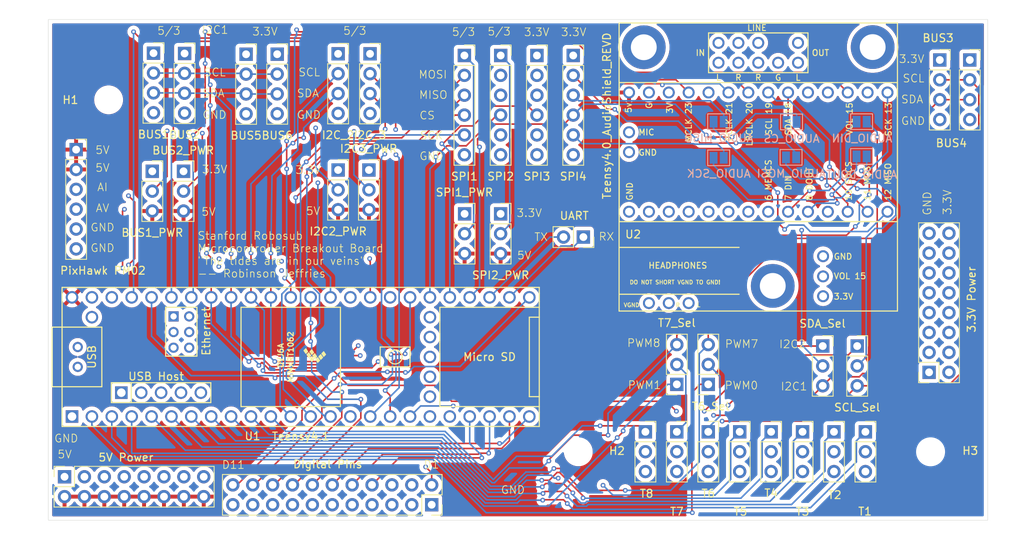
<source format=kicad_pcb>
(kicad_pcb (version 20240108) (generator "pcbnew") (generator_version "8.0")
  (layers (0 "F.Cu" signal) (1 "In1.Cu" power) (2 "In2.Cu" power) (31 "B.Cu" signal) (34 "B.Paste" user) (35 "F.Paste" user) (36 "B.SilkS" user "B.Silkscreen") (37 "F.SilkS" user "F.Silkscreen") (38 "B.Mask" user) (39 "F.Mask" user) (44 "Edge.Cuts" user))
  (net 0 "")
  (net 1 "UART_RX")
  (net 2 "UART_TX")
  (net 3 "SPI_CS1")
  (net 4 "SPI_MOSI")
  (net 6 "SPI_MISO")
  (net 7 "GND")
  (net 8 "SPI_SCK")
  (net 10 "SPI_CS2")
  (net 11 "SPI_CS3")
  (net 12 "+3.3V")
  (net 13 "SPI_CS4")
  (net 14 "I2C1_SDA")
  (net 15 "I2C1_SCL")
  (net 16 "Net-(J6-Pin_1)")
  (net 17 "Net-(J4-Pin_1)")
  (net 20 "I2C2_SDA")
  (net 21 "I2C2_SCL")
  (net 22 "Net-(J14-Pin_1)")
  (net 23 "I2C3_SDA")
  (net 24 "I2C3_SCL")
  (net 25 "+5V")
  (net 27 "PWM2")
  (net 28 "PWM3")
  (net 31 "PWM4")
  (net 33 "Net-(J13-Pin_1)")
  (net 34 "PWM6")
  (net 35 "Net-(J22-Pin_1)")
  (net 36 "PWM5")
  (net 37 "Net-(J23-Pin_1)")
  (net 38 "PWM9")
  (net 39 "Net-(J24-Pin_1)")
  (net 40 "Net-(J25-Pin_1)")
  (net 41 "Analog_Current")
  (net 42 "Analog_Voltage")
  (net 43 "Net-(JP13-B)")
  (net 44 "Net-(JP14-B)")
  (net 45 "Net-(JP11-B)")
  (net 46 "Net-(JP12-B)")
  (net 47 "Net-(JP15-B)")
  (net 48 "Net-(JP16-B)")
  (net 49 "PWM7{slash}AUDIO_DIN")
  (net 50 "PWM0")
  (net 51 "PWM1")
  (net 52 "PWM8{slash}AUDIO_DOUT")
  (net 53 "Net-(JP17-C)")
  (net 54 "Net-(JP18-C)")
  (net 59 "D8{slash}A3{slash}PWM12")
  (net 63 "D10{slash}A5")
  (net 65 "D1{slash}A1")
  (net 66 "D6")
  (net 69 "D7")
  (net 75 "D3{slash}PWM10")
  (net 79 "D5")
  (net 80 "LRCLK")
  (net 81 "D11{slash}PWM14")
  (net 82 "Vol_Knob")
  (net 83 "MCLK")
  (net 84 "BCLK")
  (net 85 "D4{slash}PWM11")
  (net 86 "D9{slash}A4{slash}PWM13")
  (net 87 "D2{slash}A2")
  (footprint "Connector_PinSocket_2.54mm:PinSocket_1x04_P2.54mm_Vertical" (layer "F.Cu") (at 145.455 161.27)
    (property "Reference" "J14" (hide yes))
    (property "Value" "BUS2")
  )
  (footprint "Connector_PinSocket_2.54mm:PinSocket_1x03_P2.54mm_Vertical" (layer "F.Cu") (at 212.35102 209.645)
    (property "Reference" "J4" (hide yes))
    (property "Value" "T6")
  )
  (footprint "Connector_PinSocket_2.54mm:PinSocket_1x03_P2.54mm_Vertical" (layer "F.Cu") (at 220.380612 209.645)
    (property "Reference" "J7" (hide yes))
    (property "Value" "T4")
  )
  (footprint "Connector_PinSocket_2.54mm:PinSocket_1x06_P2.54mm_Vertical" (layer "F.Cu") (at 195.1 161.525)
    (property "Reference" "J27" (hide yes))
    (property "Value" "SPI4")
  )
  (footprint "Connector_PinSocket_2.54mm:PinSocket_1x03_P2.54mm_Vertical" (layer "F.Cu") (at 216.365816 209.645)
    (property "Reference" "J9" (hide yes))
    (property "Value" "T5")
  )
  (footprint "Connector_PinSocket_2.54mm:PinSocket_1x06_P2.54mm_Vertical" (layer "F.Cu") (at 185.833333 161.525)
    (property "Reference" "J23" (hide yes))
    (property "Value" "SPI2")
  )
  (footprint "Connector_PinSocket_2.54mm:PinSocket_1x03_P2.54mm_Vertical" (layer "F.Cu") (at 226.975 198.68)
    (property "Reference" "JP17" (hide yes))
    (property "Value" "SDA_Sel")
  )
  (footprint "Connector_PinSocket_2.54mm:PinSocket_1x04_P2.54mm_Vertical" (layer "F.Cu") (at 153.31 161.37)
    (property "Reference" "J20" (hide yes))
    (property "Value" "BUS5")
  )
  (footprint "Connector_PinSocket_2.54mm:PinSocket_1x03_P2.54mm_Vertical" (layer "F.Cu") (at 204.321428 209.645)
    (property "Reference" "J8" (hide yes))
    (property "Value" "T8")
  )
  (footprint "MountingHole:MountingHole_3.2mm_M3" (layer "F.Cu") (at 240.75 212.2)
    (property "Reference" "H3")
    (property "Value" "MountingHole" (hide yes))
  )
  (footprint "Connector_PinSocket_2.54mm:PinSocket_1x03_P2.54mm_Vertical" (layer "F.Cu") (at 165.065 176.165)
    (property "Reference" "JP9" (hide yes))
    (property "Value" "I2C2_PWR")
  )
  (footprint "Connector_PinSocket_2.54mm:PinSocket_2x08_P2.54mm_Vertical" (layer "F.Cu") (at 130.12 215.392 90)
    (property "Reference" "J12" (hide yes))
    (property "Value" "5V Power")
  )
  (footprint "Connector_PinSocket_2.54mm:PinSocket_1x03_P2.54mm_Vertical" (layer "F.Cu") (at 228.410204 209.645)
    (property "Reference" "J3" (hide yes))
    (property "Value" "T2")
  )
  (footprint "MountingHole:MountingHole_3.2mm_M3" (layer "F.Cu") (at 195.75 212.2)
    (property "Reference" "H2")
    (property "Value" "MountingHole" (hide yes))
  )
  (footprint "Connector_PinSocket_2.54mm:PinSocket_1x04_P2.54mm_Vertical" (layer "F.Cu") (at 165.065 161.315)
    (property "Reference" "J24" (hide yes))
    (property "Value" "I2C_2")
  )
  (footprint "Connector_PinSocket_2.54mm:PinSocket_1x03_P2.54mm_Vertical" (layer "F.Cu") (at 208.336224 209.645)
    (property "Reference" "J6" (hide yes))
    (property "Value" "T7")
  )
  (footprint "Connector_PinSocket_2.54mm:PinSocket_1x03_P2.54mm_Vertical" (layer "F.Cu") (at 224.395408 209.645)
    (property "Reference" "J5" (hide yes))
    (property "Value" "T3")
  )
  (footprint "Connector_PinSocket_2.54mm:PinSocket_1x06_P2.54mm_Vertical" (layer "F.Cu") (at 181.2 161.525)
    (property "Reference" "J22" (hide yes))
    (property "Value" "SPI1")
  )
  (footprint "Connector_PinSocket_2.54mm:PinSocket_1x03_P2.54mm_Vertical" (layer "F.Cu") (at 208.336224 203.575 180)
    (property "Reference" "JP4" (hide yes))
    (property "Value" "T7_Sel")
  )
  (footprint "Connector_PinSocket_2.54mm:PinSocket_1x03_P2.54mm_Vertical" (layer "F.Cu") (at 181.225 181.775)
    (property "Reference" "JP7" (hide yes))
    (property "Value" "SPI1_PWR")
  )
  (footprint "teensy:Teensy41" (layer "F.Cu") (at 160.285 200.07)
    (property "Reference" "U1")
    (property "Value" "Teensy4.1")
  )
  (footprint "Connector_PinSocket_2.54mm:PinSocket_1x04_P2.54mm_Vertical" (layer "F.Cu") (at 241.93 162.1)
    (property "Reference" "J18" (hide yes))
    (property "Value" "BUS3")
  )
  (footprint "Connector_PinSocket_2.54mm:PinSocket_1x02_P2.54mm_Vertical" (layer "F.Cu") (at 196.4 184.745 -90)
    (property "Reference" "J2" (hide yes))
    (property "Value" "UART")
  )
  (footprint "Connector_PinSocket_2.54mm:PinSocket_1x04_P2.54mm_Vertical" (layer "F.Cu") (at 245.76 162.1)
    (property "Reference" "J19" (hide yes))
    (property "Value" "BUS4")
  )
  (footprint "Connector_PinSocket_2.54mm:PinSocket_1x04_P2.54mm_Vertical" (layer "F.Cu") (at 141.485 161.23)
    (property "Reference" "J13" (hide yes))
    (property "Value" "BUS1")
  )
  (footprint "Connector_PinSocket_2.54mm:PinSocket_1x03_P2.54mm_Vertical" (layer "F.Cu") (at 212.35102 203.575 180)
    (property "Reference" "JP3" (hide yes))
    (property "Value" "T6_Sel")
  )
  (footprint "Connector_PinSocket_2.54mm:PinSocket_1x03_P2.54mm_Vertical" (layer "F.Cu") (at 185.825 181.775)
    (property "Reference" "JP8" (hide yes))
    (property "Value" "SPI2_PWR")
  )
  (footprint "teensy_audio_shield:4.0audioshield" (layer "F.Cu") (at 202.23 181.5)
    (property "Reference" "U2")
    (property "Value" "Teensy4.0_AudioShield_REVD")
  )
  (footprint "Connector_PinSocket_2.54mm:PinSocket_1x04_P2.54mm_Vertical" (layer "F.Cu") (at 157.285 161.36)
    (property "Reference" "J21" (hide yes))
    (property "Value" "BUS6")
  )
  (footprint "Connector_PinSocket_2.54mm:PinSocket_1x03_P2.54mm_Vertical" (layer "F.Cu") (at 141.33 176.335)
    (property "Reference" "JP1" (hide yes))
    (property "Value" "BUS1_PWR")
  )
  (footprint "Connector_PinSocket_2.54mm:PinSocket_1x03_P2.54mm_Vertical" (layer "F.Cu") (at 232.425 209.645)
    (property "Reference" "J1" (hide yes))
    (property "Value" "T1")
  )
  (footprint "Connector_PinSocket_2.54mm:PinSocket_1x03_P2.54mm_Vertical" (layer "F.Cu") (at 145.32 176.335)
    (property "Reference" "JP2" (hide yes))
    (property "Value" "BUS2_PWR")
  )
  (footprint "Connector_PinSocket_2.54mm:PinSocket_1x04_P2.54mm_Vertical" (layer "F.Cu") (at 169.145 161.315)
    (property "Reference" "J25" (hide yes))
    (property "Value" "I2C_3")
  )
  (footprint "Connector_PinSocket_2.54mm:PinSocket_1x06_P2.54mm_Vertical" (layer "F.Cu") (at 131.6 173.56)
    (property "Reference" "J10" (hide yes))
    (property "Value" "PixHawk PM02")
  )
  (footprint "Connector_PinSocket_2.54mm:PinSocket_1x03_P2.54mm_Vertical" (layer "F.Cu") (at 169.005 176.165)
    (property "Reference" "JP10" (hide yes))
    (property "Value" "I2C3_PWR")
  )
  (footprint "Connector_PinSocket_2.54mm:PinSocket_2x11_P2.54mm_Vertical" (layer "F.Cu") (at 177.02 218.97 -90)
    (property "Reference" "J17" (hide yes))
    (property "Value" "Digital Pins")
  )
  (footprint "Connector_PinSocket_2.54mm:PinSocket_1x06_P2.54mm_Vertical" (layer "F.Cu") (at 190.466666 161.525)
    (property "Reference" "J26" (hide yes))
    (property "Value" "SPI3")
  )
  (footprint "Connector_PinSocket_2.54mm:PinSocket_2x08_P2.54mm_Vertical" (layer "F.Cu") (at 240.56 202.035 180)
    (property "Reference" "J11" (hide yes))
    (property "Value" "3.3V Power")
  )
  (footprint "MountingHole:MountingHole_3.2mm_M3" (layer "F.Cu") (at 135.75 167.2)
    (property "Reference" "H1")
    (property "Value" "MountingHole" (hide yes))
  )
  (footprint "Connector_PinSocket_2.54mm:PinSocket_1x03_P2.54mm_Vertical" (layer "F.Cu") (at 231.375 198.68)
    (property "Reference" "JP18" (hide yes))
    (property "Value" "SCL_Sel")
  )
  (footprint "Jumper:SolderJumper-2_P1.3mm_Open_Pad1.0x1.5mm" (layer "B.Cu") (at 222.93 174.55 180)
    (property "Reference" "JP14" (hide yes))
    (property "Value" "AUDIO_MOSI")
  )
  (footprint "Jumper:SolderJumper-2_P1.3mm_Open_Pad1.0x1.5mm" (layer "B.Cu") (at 231.94 174.43 180)
    (property "Reference" "JP12" (hide yes))
    (property "Value" "AUDIO_DOUT")
  )
  (footprint "Jumper:SolderJumper-2_P1.3mm_Open_Pad1.0x1.5mm" (layer "B.Cu") (at 222.99 170.02 180)
    (property "Reference" "JP13" (hide yes))
    (property "Value" "AUDIO_CS")
  )
  (footprint "Jumper:SolderJumper-2_P1.3mm_Open_Pad1.0x1.5mm" (layer "B.Cu") (at 213.68 174.61 180)
    (property "Reference" "JP16" (hide yes))
    (property "Value" "AUDIO_SCK")
  )
  (footprint "Jumper:SolderJumper-2_P1.3mm_Open_Pad1.0x1.5mm" (layer "B.Cu") (at 213.68 169.99 180)
    (property "Reference" "JP15" (hide yes))
    (property "Value" "AUDIO_MISO")
  )
  (footprint "Jumper:SolderJumper-2_P1.3mm_Open_Pad1.0x1.5mm" (layer "B.Cu") (at 231.94 169.99 180)
    (property "Reference" "JP11" (hide yes))
    (property "Value" "AUDIO_DIN")
  )
  (gr_rect (start 128.05 156.925) (end 248.05 220.95) (stroke (width 0.05)) (fill none) (layer "Edge.Cuts"))
  (gr_text "SCL" (at 159.94 164.26 0) (layer "F.SilkS") (effects (font (size 1 1) (thickness 0.1)) (justify left bottom)))
  (gr_text "SCK" (at 175.45 172.35 0) (layer "F.SilkS") (effects (font (size 1 1) (thickness 0.1)) (justify left bottom)))
  (gr_text "5/3" (at 179.55 159.1 0) (layer "F.SilkS") (effects (font (size 1 1) (thickness 0.1)) (justify left bottom)))
  (gr_text "RX" (at 198.3 185.27 0) (layer "F.SilkS") (effects (font (size 1 1) (thickness 0.1)) (justify left bottom)))
  (gr_text "D11" (at 150.17 214.45 0) (layer "F.SilkS") (effects (font (size 1 1) (thickness 0.1)) (justify left bottom)))
  (gr_text "GND" (at 236.93 170.48 0) (layer "F.SilkS") (effects (font (size 1 1) (thickness 0.1)) (justify left bottom)))
  (gr_text "5/3" (at 141.91 158.95 0) (layer "F.SilkS") (effects (font (size 1 1) (thickness 0.1)) (justify left bottom)))
  (gr_text "I2C1" (at 221.55 204.425 0) (layer "F.SilkS") (effects (font (size 1 1) (thickness 0.1)) (justify left bottom)))
  (gr_text "GND" (at 185.81 217.66 0) (layer "F.SilkS") (effects (font (size 1 1) (thickness 0.1)) (justify left bottom)))
  (gr_text "AI" (at 134.238096 178.95 0) (layer "F.SilkS") (effects (font (size 1 1) (thickness 0.1)) (justify left bottom)))
  (gr_text "3.3V" (at 159.555 176.745 0) (layer "F.SilkS") (effects (font (size 1 1) (thickness 0.1)) (justify left bottom)))
  (gr_text "GND" (at 147.685 169.7 0) (layer "F.SilkS") (effects (font (size 1 1) (thickness 0.1)) (justify left bottom)))
  (gr_text "SDA" (at 236.93 167.72 0) (layer "F.SilkS") (effects (font (size 1 1) (thickness 0.1)) (justify left bottom)))
  (gr_text "5V" (at 147.55 182.095 0) (layer "F.SilkS") (effects (font (size 1 1) (thickness 0.1)) (justify left bottom)))
  (gr_text "Stanford Robosub\nMicrocontroller Breakout Board\n{dblquote}The tides are in our veins{dblquote} \n-- Robinson Jeffries" (at 147.066 189.992 0) (layer "F.SilkS") (effects (font (size 1 1) (thickness 0.1)) (justify left bottom)))
  (gr_text "5/3" (at 165.66 158.95 0) (layer "F.SilkS") (effects (font (size 1 1) (thickness 0.1)) (justify left bottom)))
  (gr_text "I2C1" (at 147.595 158.83 0) (layer "F.SilkS") (effects (font (size 1 1) (thickness 0.1)) (justify left bottom)))
  (gr_text "AV" (at 134.047619 181.625 0) (layer "F.SilkS") (effects (font (size 1 1) (thickness 0.1)) (justify left bottom)))
  (gr_text "3.3V" (at 236.65 162.56 0) (layer "F.SilkS") (effects (font (size 1 1) (thickness 0.1)) (justify left bottom)))
  (gr_text "GND" (at 159.74 169.7 0) (layer "F.SilkS") (effects (font (size 1 1) (thickness 0.1)) (justify left bottom)))
  (gr_text "3.3V" (at 147.61 176.675 0) (layer "F.SilkS") (effects (font (size 1 1) (thickness 0.1)) (justify left bottom)))
  (gr_text "SCL" (at 237.13 165.04 0) (layer "F.SilkS") (effects (font (size 1 1) (thickness 0.1)) (justify left bottom)))
  (gr_text "5V" (at 134 174.2 0) (layer "F.SilkS") (effects (font (size 1 1) (thickness 0.1)) (justify left bottom)))
  (gr_text "GND" (at 133.380953 186.725 0) (layer "F.SilkS") (effects (font (size 1 1) (thickness 0.1)) (justify left bottom)))
  (gr_text "5V" (at 134 176.475 0) (layer "F.SilkS") (effects (font (size 1 1) (thickness 0.1)) (justify left bottom)))
  (gr_text "3.3V" (at 243.485 181.98 90) (layer "F.SilkS") (effects (font (size 1 1) (thickness 0.1)) (justify left bottom)))
  (gr_text "TX" (at 190.075 185.32 0) (layer "F.SilkS") (effects (font (size 1 1) (thickness 0.1)) (justify left bottom)))
  (gr_text "GND" (at 128.75 211.074 0) (layer "F.SilkS") (effects (font (size 1 1) (thickness 0.1)) (justify left bottom)))
  (gr_text "5V" (at 160.905 181.995 0) (layer "F.SilkS") (effects (font (size 1 1) (thickness 0.1)) (justify left bottom)))
  (gr_text "SCL" (at 147.885 164.26 0) (layer "F.SilkS") (effects (font (size 1 1) (thickness 0.1)) (justify left bottom)))
  (gr_text "D1" (at 175.95 214.42 0) (layer "F.SilkS") (effects (font (size 1 1) (thickness 0.1)) (justify left bottom)))
  (gr_text "SDA" (at 147.685 166.94 0) (layer "F.SilkS") (effects (font (size 1 1) (thickness 0.1)) (justify left bottom)))
  (gr_text "5V" (at 187.875 187.675 0) (layer "F.SilkS") (effects (font (size 1 1) (thickness 0.1)) (justify left bottom)))
  (gr_text "3.3V" (at 193.475 159.125 0) (layer "F.SilkS") (effects (font (size 1 1) (thickness 0.1)) (justify left bottom)))
  (gr_text "5/3" (at 184.1 159.05 0) (layer "F.SilkS") (effects (font (size 1 1) (thickness 0.1)) (justify left bottom)))
  (gr_text "PWM0" (at 214.4 204.3 0) (layer "F.SilkS") (effects (font (size 1 1) (thickness 0.1)) (justify left bottom)))
  (gr_text "GND" (at 240.91 182.03 90) (layer "F.SilkS") (effects (font (size 1 1) (thickness 0.1)) (justify left bottom)))
  (gr_text "CS" (at 175.4 169.775 0) (layer "F.SilkS") (effects (font (size 1 1) (thickness 0.1)) (justify left bottom)))
  (gr_text "3.3V" (at 187.8 182.25 0) (layer "F.SilkS") (effects (font (size 1 1) (thickness 0.1)) (justify left bottom)))
  (gr_text "PWM8" (at 201.925 198.875 0) (layer "F.SilkS") (effects (font (size 1 1) (thickness 0.1)) (justify left bottom)))
  (gr_text "PWM7" (at 214.425 199 0) (layer "F.SilkS") (effects (font (size 1 1) (thickness 0.1)) (justify left bottom)))
  (gr_text "5V" (at 129.17 213.106 0) (layer "F.SilkS") (effects (font (size 1 1) (thickness 0.1)) (justify left bottom)))
  (gr_text "MISO" (at 175.35 167.15 0) (layer "F.SilkS") (effects (font (size 1 1) (thickness 0.1)) (justify left bottom)))
  (gr_text "SDA" (at 159.74 166.94 0) (layer "F.SilkS") (effects (font (size 1 1) (thickness 0.1)) (justify left bottom)))
  (gr_text "MOSI" (at 175.3 164.55 0) (layer "F.SilkS") (effects (font (size 1 1) (thickness 0.1)) (justify left bottom)))
  (gr_text "I2C2" (at 221.35 199.025 0) (layer "F.SilkS") (effects (font (size 1 1) (thickness 0.1)) (justify left bottom)))
  (gr_text "PWM1" (at 202.025 204.25 0) (layer "F.SilkS") (effects (font (size 1 1) (thickness 0.1)) (justify left bottom)))
  (gr_text "3.3V" (at 154.04 159.05 0) (layer "F.SilkS") (effects (font (size 1 1) (thickness 0.1)) (justify left bottom)))
  (gr_text "3.3V" (at 188.75 159.125 0) (layer "F.SilkS") (effects (font (size 1 1) (thickness 0.1)) (justify left bottom)))
  (gr_text "GND" (at 175.4 174.975 0) (layer "F.SilkS") (effects (font (size 1 1) (thickness 0.1)) (justify left bottom)))
  (gr_text "GND" (at 133.380953 184.1 0) (layer "F.SilkS") (effects (font (size 1 1) (thickness 0.1)) (justify left bottom)))
  (segment (start 195.25 185.895) (end 193.51 185.895) (width 0.2) (layer "B.Cu") (net 1))
  (segment (start 196.4 184.745) (end 195.25 185.895) (width 0.2) (layer "B.Cu") (net 1))
  (segment (start 193.51 185.895) (end 186.955 192.45) (width 0.2) (layer "B.Cu") (net 1))
  (segment (start 193.86 184.745) (end 192.12 184.745) (width 0.2) (layer "B.Cu") (net 2))
  (segment (start 192.12 184.745) (end 184.415 192.45) (width 0.2) (layer "B.Cu") (net 2))
  (segment (start 164.97 172.86) (end 161.72 176.11) (width 0.2) (layer "F.Cu") (net 3))
  (segment (start 181.2 169.145) (end 179.997919 169.145) (width 0.2) (layer "F.Cu") (net 3))
  (segment (start 161.72 177.62) (end 159.65 179.69) (width 0.2) (layer "F.Cu") (net 3))
  (segment (start 179.997919 169.145) (end 176.282919 172.86) (width 0.2) (layer "F.Cu") (net 3))
  (segment (start 176.282919 172.86) (end 164.97 172.86) (width 0.2) (layer "F.Cu") (net 3))
  (segment (start 161.72 176.11) (end 161.72 177.62) (width 0.2) (layer "F.Cu") (net 3))
  (via (at 159.65 179.69) (size 0.6) (drill 0.3) (layers "F.Cu" "B.Cu") (net 3))
  (segment (start 157.65762 201.147619) (end 157.65762 206.33262) (width 0.2) (layer "B.Cu") (net 3))
  (segment (start 157.65762 206.33262) (end 159.015 207.69) (width 0.2) (layer "B.Cu") (net 3))
  (segment (start 159.65 190.259365) (end 157.876 192.033365) (width 0.2) (layer "B.Cu") (net 3))
  (segment (start 157.876 192.033365) (end 157.876 200.929239) (width 0.2) (layer "B.Cu") (net 3))
  (segment (start 159.65 179.69) (end 159.65 190.259365) (width 0.2) (layer "B.Cu") (net 3))
  (segment (start 157.876 200.929239) (end 157.65762 201.147619) (width 0.2) (layer "B.Cu") (net 3))
  (segment (start 181.2 164.065) (end 173.205 172.06) (width 0.2) (layer "F.Cu") (net 4))
  (segment (start 164.065074 172.06) (end 160.997537 175.127537) (width 0.2) (layer "F.Cu") (net 4))
  (segment (start 215.9 172.72) (end 211.328 172.72) (width 0.2) (layer "F.Cu") (net 4))
  (segment (start 199.437 168.402) (end 195.1 164.065) (width 0.2) (layer "F.Cu") (net 4))
  (segment (start 173.205 172.06) (end 164.065074 172.06) (width 0.2) (layer "F.Cu") (net 4))
  (segment (start 211.328 172.72) (end 210.82 172.212) (width 0.2) (layer "F.Cu") (net 4))
  (segment (start 200.406 168.402) (end 199.437 168.402) (width 0.2) (layer "F.Cu") (net 4))
  (via (at 210.82 172.212) (size 0.6) (drill 0.3) (layers "F.Cu" "B.Cu") (net 4))
  (via (at 215.9 172.72) (size 0.6) (drill 0.3) (layers "F.Cu" "B.Cu") (net 4))
  (via (at 160.997537 175.127537) (size 0.6) (drill 0.3) (layers "F.Cu" "B.Cu") (net 4))
  (via (at 200.406 168.402) (size 0.6) (drill 0.3) (layers "F.Cu" "B.Cu") (net 4))
  (segment (start 223.58 174.55) (end 223.58 174) (width 0.2) (layer "B.Cu") (net 4))
  (segment (start 208.534 169.926) (end 201.93 169.926) (width 0.2) (layer "B.Cu") (net 4))
  (segment (start 161.555 207.69) (end 158.05762 204.19262) (width 0.2) (layer "B.Cu") (net 4))
  (segment (start 158.05762 204.19262) (end 158.05762 201.313304) (width 0.2) (layer "B.Cu") (net 4))
  (segment (start 210.82 172.212) (end 208.534 169.926) (width 0.2) (layer "B.Cu") (net 4))
  (segment (start 223.58 174) (end 222.3 172.72) (width 0.2) (layer "B.Cu") (net 4))
  (segment (start 158.276 199.395075) (end 160.27 197.401075) (width 0.2) (layer "B.Cu") (net 4))
  (segment (start 160.27 175.855074) (end 160.997537 175.127537) (width 0.2) (layer "B.Cu") (net 4))
  (segment (start 160.27 197.401075) (end 160.27 175.855074) (width 0.2) (layer "B.Cu") (net 4))
  (segment (start 158.276 201.094925) (end 158.276 199.395075) (width 0.2) (layer "B.Cu") (net 4))
  (segment (start 201.93 169.926) (end 200.406 168.402) (width 0.2) (layer "B.Cu") (net 4))
  (segment (start 158.05762 201.313304) (end 158.276 201.094925) (width 0.2) (layer "B.Cu") (net 4))
  (segment (start 222.3 172.72) (end 215.9 172.72) (width 0.2) (layer "B.Cu") (net 4))
  (segment (start 175.345 172.46) (end 164.804314 172.46) (width 0.2) (layer "F.Cu") (net 6))
  (segment (start 164.804314 172.46) (end 161.09 176.174314) (width 0.2) (layer "F.Cu") (net 6))
  (segment (start 161.09 176.174314) (end 161.09 177.022946) (width 0.2) (layer "F.Cu") (net 6))
  (segment (start 161.09 177.022946) (end 161.076899 177.036047) (width 0.2) (layer "F.Cu") (net 6))
  (segment (start 181.2 166.605) (end 175.345 172.46) (width 0.2) (layer "F.Cu") (net 6))
  (via (at 161.076899 177.036047) (size 0.6) (drill 0.3) (layers "F.Cu" "B.Cu") (net 6))
  (segment (start 162.69 195.800761) (end 162.69 192.029365) (width 0.2) (layer "B.Cu") (net 6))
  (segment (start 163.368381 207.69) (end 158.45762 202.779239) (width 0.2) (layer "B.Cu") (net 6))
  (segment (start 161.076899 190.416264) (end 161.076899 177.036047) (width 0.2) (layer "B.Cu") (net 6))
  (segment (start 158.45762 202.779239) (end 158.45762 201.982668) (width 0.2) (layer "B.Cu") (net 6))
  (segment (start 164.095 207.69) (end 163.368381 207.69) (width 0.2) (layer "B.Cu") (net 6))
  (segment (start 195.817 167.322) (end 195.1 166.605) (width 0.2) (layer "B.Cu") (net 6))
  (segment (start 214.33 169.04) (end 212.612 167.322) (width 0.2) (layer "B.Cu") (net 6))
  (segment (start 159.496761 198.994) (end 162.69 195.800761) (width 0.2) (layer "B.Cu") (net 6))
  (segment (start 162.69 192.029365) (end 161.076899 190.416264) (width 0.2) (layer "B.Cu") (net 6))
  (segment (start 212.612 167.322) (end 195.817 167.322) (width 0.2) (layer "B.Cu") (net 6))
  (segment (start 158.45762 201.982668) (end 159.496761 200.943527) (width 0.2) (layer "B.Cu") (net 6))
  (segment (start 214.33 169.99) (end 214.33 169.04) (width 0.2) (layer "B.Cu") (net 6))
  (segment (start 159.496761 200.943527) (end 159.496761 198.994) (width 0.2) (layer "B.Cu") (net 6))
  (via (at 168.04038 173.51) (size 0.6) (drill 0.3) (layers "F.Cu" "B.Cu") (net 8))
  (via (at 162.48 177.81) (size 0.6) (drill 0.3) (layers "F.Cu" "B.Cu") (net 8))
  (segment (start 164.09 190.03) (end 164.095 190.035) (width 0.2) (layer "B.Cu") (net 8))
  (segment (start 210.550761 172.862) (end 210.490761 172.802) (width 0.2) (layer "B.Cu") (net 8))
  (segment (start 196.217 172.802) (end 195.1 171.685) (width 0.2) (layer "B.Cu") (net 8))
  (segment (start 214.33 174.61) (end 214.33 173.66) (width 0.2) (layer "B.Cu") (net 8))
  (segment (start 181.2 171.685) (end 169.86538 171.685) (width 0.2) (layer "B.Cu") (net 8))
  (segment (start 164.095 190.035) (end 164.095 192.45) (width 0.2) (layer "B.Cu") (net 8))
  (segment (start 162.48 177.81) (end 162.48 188.28) (width 0.2) (layer "B.Cu") (net 8))
  (segment (start 162.48 188.28) (end 164.09 189.89) (width 0.2) (layer "B.Cu") (net 8))
  (segment (start 213.532 172.862) (end 210.550761 172.862) (width 0.2) (layer "B.Cu") (net 8))
  (segment (start 164.09 189.89) (end 164.09 190.03) (width 0.2) (layer "B.Cu") (net 8))
  (segment (start 210.490761 172.802) (end 196.217 172.802) (width 0.2) (layer "B.Cu") (net 8))
  (segment (start 214.33 173.66) (end 213.532 172.862) (width 0.2) (layer "B.Cu") (net 8))
  (segment (start 169.86538 171.685) (end 168.04038 173.51) (width 0.2) (layer "B.Cu") (net 8))
  (segment (start 178.969 173.075) (end 177.546 174.498) (width 0.2) (layer "F.Cu") (net 10))
  (segment (start 181.436346 173.075) (end 178.969 173.075) (width 0.2) (layer "F.Cu") (net 10))
  (segment (start 185.366346 169.145) (end 181.436346 173.075) (width 0.2) (layer "F.Cu") (net 10))
  (via (at 177.546 174.498) (size 0.6) (drill 0.3) (layers "F.Cu" "B.Cu") (net 10))
  (segment (start 176.795 176.011) (end 176.795 192.45) (width 0.2) (layer "B.Cu") (net 10))
  (segment (start 177.546 175.26) (end 176.795 176.011) (width 0.2) (layer "B.Cu") (net 10))
  (segment (start 177.546 174.498) (end 177.546 175.26) (width 0.2) (layer "B.Cu") (net 10))
  (segment (start 182.271 170.535) (end 180.723654 170.535) (width 0.2) (layer "F.Cu") (net 11))
  (segment (start 189.316666 167.995) (end 184.811 167.995) (width 0.2) (layer "F.Cu") (net 11))
  (segment (start 180.723654 170.535) (end 178.451201 172.807453) (width 0.2) (layer "F.Cu") (net 11))
  (segment (start 190.466666 169.145) (end 189.316666 167.995) (width 0.2) (layer "F.Cu") (net 11))
  (segment (start 184.811 167.995) (end 182.271 170.535) (width 0.2) (layer "F.Cu") (net 11))
  (segment (start 178.451201 172.807453) (end 178.317308 172.807453) (width 0.2) (layer "F.Cu") (net 11))
  (via (at 178.317308 172.807453) (size 0.6) (drill 0.3) (layers "F.Cu" "B.Cu") (net 11))
  (segment (start 179.335 192.45) (end 179.335 173.825145) (width 0.2) (layer "B.Cu") (net 11))
  (segment (start 179.335 173.825145) (end 178.317308 172.807453) (width 0.2) (layer "B.Cu") (net 11))
  (segment (start 212.344 171.958) (end 212.09 171.704) (width 0.2) (layer "F.Cu") (net 13))
  (segment (start 182.88 172.197032) (end 182.88 172.974) (width 0.2) (layer "F.Cu") (net 13))
  (segment (start 193.95 170.295) (end 184.782032 170.295) (width 0.2) (layer "F.Cu") (net 13))
  (segment (start 182.88 172.974) (end 183.134 173.228) (width 0.2) (layer "F.Cu") (net 13))
  (segment (start 184.782032 170.295) (end 182.88 172.197032) (width 0.2) (layer "F.Cu") (net 13))
  (segment (start 215.392 171.958) (end 212.344 171.958) (width 0.2) (layer "F.Cu") (net 13))
  (segment (start 195.1 169.145) (end 193.95 170.295) (width 0.2) (layer "F.Cu") (net 13))
  (via (at 183.134 173.228) (size 0.6) (drill 0.3) (layers "F.Cu" "B.Cu") (net 13))
  (via (at 212.09 171.704) (size 0.6) (drill 0.3) (layers "F.Cu" "B.Cu") (net 13))
  (via (at 215.392 171.958) (size 0.6) (drill 0.3) (layers "F.Cu" "B.Cu") (net 13))
  (segment (start 223.54 168.97) (end 218.38 168.97) (width 0.2) (layer "B.Cu") (net 13))
  (segment (start 196.493 167.752) (end 195.1 169.145) (width 0.2) (layer "B.Cu") (net 13))
  (segment (start 218.38 168.97) (end 215.392 171.958) (width 0.2) (layer "B.Cu") (net 13))
  (segment (start 183.134 191.191) (end 181.875 192.45) (width 0.2) (layer "B.Cu") (net 13))
  (segment (start 223.64 169.07) (end 223.54 168.97) (width 0.2) (layer "B.Cu") (net 13))
  (segment (start 183.134 173.228) (end 183.134 191.191) (width 0.2) (layer "B.Cu") (net 13))
  (segment (start 208.138 167.752) (end 196.493 167.752) (width 0.2) (layer "B.Cu") (net 13))
  (segment (start 223.64 170.02) (end 223.64 169.07) (width 0.2) (layer "B.Cu") (net 13))
  (segment (start 212.09 171.704) (end 208.138 167.752) (width 0.2) (layer "B.Cu") (net 13))
  (segment (start 241.93 167.18) (end 238.506 170.604) (width 0.2) (layer "F.Cu") (net 14))
  (segment (start 170.18 200.66) (end 169.384 201.456) (width 0.2) (layer "F.Cu") (net 14))
  (segment (start 238.506 202.184) (end 232.074 202.184) (width 0.2) (layer "F.Cu") (net 14))
  (segment (start 238.506 170.604) (end 238.506 202.184) (width 0.2) (layer "F.Cu") (net 14))
  (segment (start 156.283075 201.71) (end 155.379075 200.806) (width 0.2) (layer "F.Cu") (net 14))
  (segment (start 232.074 202.184) (end 231.648 202.61) (width 0.2) (layer "F.Cu") (net 14))
  (segment (start 231.648 202.61) (end 228.125 202.61) (width 0.2) (layer "F.Cu") (net 14))
  (segment (start 165.943372 201.456) (end 165.939372 201.46) (width 0.2) (layer "F.Cu") (net 14))
  (segment (start 155.379075 200.806) (end 155.302 200.806) (width 0.2) (layer "F.Cu") (net 14))
  (segment (start 241.93 167.18) (end 245.76 167.18) (width 0.2) (layer "F.Cu") (net 14))
  (segment (start 165.939372 201.46) (end 157.910925 201.46) (width 0.2) (layer "F.Cu") (net 14))
  (segment (start 157.660925 201.71) (end 156.283075 201.71) (width 0.2) (layer "F.Cu") (net 14))
  (segment (start 226.975 203.76) (end 223.200541 207.534459) (width 0.2) (layer "F.Cu") (net 14))
  (segment (start 223.200541 207.534459) (end 213.029063 207.534459) (width 0.2) (layer "F.Cu") (net 14))
  (segment (start 155.302 200.806) (end 154.94 201.168) (width 0.2) (layer "F.Cu") (net 14))
  (segment (start 157.910925 201.46) (end 157.660925 201.71) (width 0.2) (layer "F.Cu") (net 14))
  (segment (start 169.384 201.456) (end 165.943372 201.456) (width 0.2) (layer "F.Cu") (net 14))
  (segment (start 228.125 202.61) (end 226.975 203.76) (width 0.2) (layer "F.Cu") (net 14))
  (segment (start 151.395 186.88) (end 151.395 192.45) (width 0.2) (layer "F.Cu") (net 14))
  (via (at 151.395 186.88) (size 0.6) (drill 0.3) (layers "F.Cu" "B.Cu") (net 14))
  (via (at 170.18 200.66) (size 0.6) (drill 0.3) (layers "F.Cu" "B.Cu") (net 14))
  (via (at 154.94 201.168) (size 0.6) (drill 0.3) (layers "F.Cu" "B.Cu") (net 14))
  (via (at 213.029063 207.534459) (size 0.6) (drill 0.3) (layers "F.Cu" "B.Cu") (net 14))
  (segment (start 154.94 201.168) (end 154.94 201.010761) (width 0.2) (layer "B.Cu") (net 14))
  (segment (start 149.16 166.35) (end 153.21 166.35) (width 0.2) (layer "B.Cu") (net 14))
  (segment (start 154.94 201.010761) (end 151.395 197.465761) (width 0.2) (layer "B.Cu") (net 14))
  (segment (start 151.395 186.88) (end 151.395 168.585) (width 0.2) (layer "B.Cu") (net 14))
  (segment (start 141.485 166.31) (end 145.415 166.31) (width 0.2) (layer "B.Cu") (net 14))
  (segment (start 145.455 166.35) (end 149.16 166.35) (width 0.2) (layer "B.Cu") (net 14))
  (segment (start 151.395 197.465761) (end 151.395 192.45) (width 0.2) (layer "B.Cu") (net 14))
  (segment (start 153.31 166.45) (end 157.275 166.45) (width 0.2) (layer "B.Cu") (net 14))
  (segment (start 151.395 168.585) (end 149.16 166.35) (width 0.2) (layer "B.Cu") (net 14))
  (segment (start 156.448761 201.31) (end 155.432761 200.294) (width 0.2) (layer "F.Cu") (net 15))
  (segment (start 157.241239 201.31) (end 156.448761 201.31) (width 0.2) (layer "F.Cu") (net 15))
  (segment (start 246.91 165.79) (end 246.91 199.851346) (width 0.2) (layer "F.Cu") (net 15))
  (segment (start 148.25 186.8) (end 148.855 187.405) (width 0.2) (layer "F.Cu") (net 15))
  (segment (start 167.894 199.898) (end 166.935686 199.898) (width 0.2) (layer "F.Cu") (net 15))
  (segment (start 241.93 164.64) (end 245.76 164.64) (width 0.2) (layer "F.Cu") (net 15))
  (segment (start 157.491239 201.06) (end 157.241239 201.31) (width 0.2) (layer "F.Cu") (net 15))
  (segment (start 148.732 165.27) (end 148.732 167.921576) (width 0.2) (layer "F.Cu") (net 15))
  (segment (start 246.91 199.851346) (end 243.001346 203.76) (width 0.2) (layer "F.Cu") (net 15))
  (segment (start 166.935686 199.898) (end 165.773686 201.06) (width 0.2) (layer "F.Cu") (net 15))
  (segment (start 154.036 200.294) (end 153.67 200.66) (width 0.2) (layer "F.Cu") (net 15))
  (segment (start 155.432761 200.294) (end 154.036 200.294) (width 0.2) (layer "F.Cu") (net 15))
  (segment (start 245.76 164.64) (end 246.91 165.79) (width 0.2) (layer "F.Cu") (net 15))
  (segment (start 243.001346 203.76) (end 231.375 203.76) (width 0.2) (layer "F.Cu") (net 15))
  (segment (start 231.375 203.76) (end 226.855 208.28) (width 0.2) (layer "F.Cu") (net 15))
  (segment (start 148.855 187.405) (end 148.855 192.45) (width 0.2) (layer "F.Cu") (net 15))
  (segment (start 165.773686 201.06) (end 157.491239 201.06) (width 0.2) (layer "F.Cu") (net 15))
  (segment (start 226.855 208.28) (end 214.122 208.28) (width 0.2) (layer "F.Cu") (net 15))
  (via (at 167.894 199.898) (size 0.6) (drill 0.3) (layers "F.Cu" "B.Cu") (net 15))
  (via (at 214.122 208.28) (size 0.6) (drill 0.3) (layers "F.Cu" "B.Cu") (net 15))
  (via (at 148.732 165.27) (size 0.6) (drill 0.3) (layers "F.Cu" "B.Cu") (net 15))
  (via (at 153.67 200.66) (size 0.6) (drill 0.3) (layers "F.Cu" "B.Cu") (net 15))
  (via (at 148.25 186.8) (size 0.6) (drill 0.3) (layers "F.Cu" "B.Cu") (net 15))
  (via (at 148.732 167.921576) (size 0.6) (drill 0.3) (layers "F.Cu" "B.Cu") (net 15))
  (segment (start 148.58 165.118) (end 148.732 165.27) (width 0.2) (layer "B.Cu") (net 15))
  (segment (start 141.485 163.77) (end 145.415 163.77) (width 0.2) (layer "B.Cu") (net 15))
  (segment (start 148.855 195.845) (end 148.855 192.45) (width 0.2) (layer "B.Cu") (net 15))
  (segment (start 145.455 163.81) (end 148.58 163.81) (width 0.2) (layer "B.Cu") (net 15))
  (segment (start 148.58 163.81) (end 148.58 165.118) (width 0.2) (layer "B.Cu") (net 15))
  (segment (start 148.25 186.8) (end 148.732 186.318) (width 0.2) (layer "B.Cu") (net 15))
  (segment (start 148.58 163.81) (end 153.21 163.81) (width 0.2) (layer "B.Cu") (net 15))
  (segment (start 153.31 163.91) (end 157.275 163.91) (width 0.2) (layer "B.Cu") (net 15))
  (segment (start 148.732 186.318) (end 148.732 167.921576) (width 0.2) (layer "B.Cu") (net 15))
  (segment (start 153.67 200.66) (end 148.855 195.845) (width 0.2) (layer "B.Cu") (net 15))
  (segment (start 209.486224 208.495) (end 208.336224 209.645) (width 0.2) (layer "B.Cu") (net 16))
  (segment (start 209.486224 202.185) (end 209.486224 208.495) (width 0.2) (layer "B.Cu") (net 16))
  (segment (start 208.336224 201.035) (end 209.486224 202.185) (width 0.2) (layer "B.Cu") (net 16))
  (segment (start 213.852761 207.63) (end 212.35102 209.131741) (width 0.2) (layer "B.Cu") (net 17))
  (segment (start 213.852761 202.536741) (end 213.852761 207.63) (width 0.2) (layer "B.Cu") (net 17))
  (segment (start 212.35102 201.035) (end 213.852761 202.536741) (width 0.2) (layer "B.Cu") (net 17))
  (segment (start 179.578 205.74) (end 177.548 203.71) (width 0.2) (layer "F.Cu") (net 20))
  (segment (start 155.763836 202.11) (end 155.467508 201.813672) (width 0.2) (layer "F.Cu") (net 20))
  (segment (start 158.076611 201.86) (end 157.826611 202.11) (width 0.2) (layer "F.Cu") (net 20))
  (segment (start 153.935 186.78) (end 153.935 192.45) (width 0.2) (layer "F.Cu") (net 20))
  (segment (start 160.000158 172.04) (end 159.300872 172.739286) (width 0.2) (layer "F.Cu") (net 20))
  (segment (start 166.353391 203.71) (end 164.503391 201.86) (width 0.2) (layer "F.Cu") (net 20))
  (segment (start 164.503391 201.86) (end 158.076611 201.86) (width 0.2) (layer "F.Cu") (net 20))
  (segment (start 207.01 205.74) (end 179.578 205.74) (width 0.2) (layer "F.Cu") (net 20))
  (segment (start 157.826611 202.11) (end 155.763836 202.11) (width 0.2) (layer "F.Cu") (net 20))
  (segment (start 226.975 198.68) (end 220.166 198.68) (width 0.2) (layer "F.Cu") (net 20))
  (segment (start 160.67 172.04) (end 160.000158 172.04) (width 0.2) (layer "F.Cu") (net 20))
  (segment (start 208.28 207.01) (end 207.01 205.74) (width 0.2) (layer "F.Cu") (net 20))
  (segment (start 177.548 203.71) (end 166.353391 203.71) (width 0.2) (layer "F.Cu") (net 20))
  (segment (start 220.166 198.68) (end 211.836 207.01) (width 0.2) (layer "F.Cu") (net 20))
  (via (at 155.467508 201.813672) (size 0.6) (drill 0.3) (layers "F.Cu" "B.Cu") (net 20))
  (via (at 160.67 172.04) (size 0.6) (drill 0.3) (layers "F.Cu" "B.Cu") (net 20))
  (via (at 208.28 207.01) (size 0.6) (drill 0.3) (layers "F.Cu" "B.Cu") (net 20))
  (via (at 153.935 186.78) (size 0.6) (drill 0.3) (layers "F.Cu" "B.Cu") (net 20))
  (via (at 211.836 207.01) (size 0.6) (drill 0.3) (layers "F.Cu" "B.Cu") (net 20))
  (via (at 159.300872 172.739286) (size 0.6) (drill 0.3) (layers "F.Cu" "B.Cu") (net 20))
  (segment (start 153.935 177.946239) (end 159.141953 172.739286) (width 0.2) (layer "B.Cu") (net 20))
  (segment (start 155.624862 201.656318) (end 155.467508 201.813672) (width 0.2) (layer "B.Cu") (net 20))
  (segment (start 155.624862 194.139862) (end 155.624862 201.656318) (width 0.2) (layer "B.Cu") (net 20))
  (segment (start 153.935 192.45) (end 155.624862 194.139862) (width 0.2) (layer "B.Cu") (net 20))
  (segment (start 165.065 166.395) (end 160.67 170.79) (width 0.2) (layer "B.Cu") (net 20))
  (segment (start 160.67 170.79) (end 160.67 172.04) (width 0.2) (layer "B.Cu") (net 20))
  (segment (start 159.141953 172.739286) (end 159.300872 172.739286) (width 0.2) (layer "B.Cu") (net 20))
  (segment (start 153.935 186.78) (end 153.935 177.946239) (width 0.2) (layer "B.Cu") (net 20))
  (segment (start 221.302 199.83) (end 214.884 206.248) (width 0.2) (layer "F.Cu") (net 21))
  (segment (start 167.64 198.628) (end 165.608 200.66) (width 0.2) (layer "F.Cu") (net 21))
  (segment (start 230.225 199.83) (end 221.302 199.83) (width 0.2) (layer "F.Cu") (net 21))
  (segment (start 165.608 200.66) (end 156.972 200.66) (width 0.2) (layer "F.Cu") (net 21))
  (segment (start 231.375 198.68) (end 230.225 199.83) (width 0.2) (layer "F.Cu") (net 21))
  (segment (start 156.475 186.8) (end 156.475 192.45) (width 0.2) (layer "F.Cu") (net 21))
  (via (at 214.884 206.248) (size 0.6) (drill 0.3) (layers "F.Cu" "B.Cu") (net 21))
  (via (at 156.972 200.66) (size 0.6) (drill 0.3) (layers "F.Cu" "B.Cu") (net 21))
  (via (at 156.475 186.8) (size 0.6) (drill 0.3) (layers "F.Cu" "B.Cu") (net 21))
  (via (at 167.64 198.628) (size 0.6) (drill 0.3) (layers "F.Cu" "B.Cu") (net 21))
  (segment (start 159.912 173.618) (end 156.62 176.91) (width 0.2) (layer "B.Cu") (net 21))
  (segment (start 156.972 200.66) (end 156.475 200.163) (width 0.2) (layer "B.Cu") (net 21))
  (segment (start 165.065 163.855) (end 159.912 169.008) (width 0.2) (layer "B.Cu") (net 21))
  (segment (start 156.62 176.91) (end 156.475 186.8) (width 0.2) (layer "B.Cu") (net 21))
  (segment (start 159.912 169.008) (end 159.912 173.618) (width 0.2) (layer "B.Cu") (net 21))
  (segment (start 156.475 200.163) (end 156.475 192.45) (width 0.2) (layer "B.Cu") (net 21))
  (segment (start 147.72062 176.47438) (end 147.72062 171.46062) (width 0.2) (layer "F.Cu") (net 22))
  (segment (start 145.32 178.875) (end 147.72062 176.47438) (width 0.2) (layer "F.Cu") (net 22))
  (via (at 147.72062 171.46062) (size 0.6) (drill 0.3) (layers "F.Cu" "B.Cu") (net 22))
  (segment (start 171.715 207.69) (end 171.715 204.995) (width 0.2) (layer "F.Cu") (net 23))
  (segment (start 171.08 168.33) (end 171.08 170.94) (width 0.2) (layer "F.Cu") (net 23))
  (segment (start 171.715 204.995) (end 171.08 204.36) (width 0.2) (layer "F.Cu") (net 23))
  (segment (start 169.145 166.395) (end 171.08 168.33) (width 0.2) (layer "F.Cu") (net 23))
  (via (at 171.08 204.36) (size 0.6) (drill 0.3) (layers "F.Cu" "B.Cu") (net 23))
  (via (at 171.03 174.12) (size 0.6) (drill 0.3) (layers "F.Cu" "B.Cu") (net 23))
  (via (at 171.08 170.94) (size 0.6) (drill 0.3) (layers "F.Cu" "B.Cu") (net 23))
  (segment (start 172.46 202.98) (end 171.08 204.36) (width 0.2) (layer "B.Cu") (net 23))
  (segment (start 170.615 174.535) (end 170.615 197.625761) (width 0.2) (layer "B.Cu") (net 23))
  (segment (start 172.46 199.470761) (end 172.46 202.98) (width 0.2) (layer "B.Cu") (net 23))
  (segment (start 171.03 174.12) (end 170.615 174.535) (width 0.2) (layer "B.Cu") (net 23))
  (segment (start 170.615 197.625761) (end 172.46 199.470761) (width 0.2) (layer "B.Cu") (net 23))
  (segment (start 169.145 163.855) (end 172.42 167.13) (width 0.2) (layer "F.Cu") (net 24))
  (segment (start 172.42 167.13) (end 172.42 171) (width 0.2) (layer "F.Cu") (net 24))
  (via (at 172.42 171) (size 0.6) (drill 0.3) (layers "F.Cu" "B.Cu") (net 24))
  (via (at 172.45 174.21) (size 0.6) (drill 0.3) (layers "F.Cu" "B.Cu") (net 24))
  (segment (start 172.86 204.005) (end 169.175 207.69) (width 0.2) (layer "B.Cu") (net 24))
  (segment (start 172.45 174.21) (end 172.86 174.62) (width 0.2) (layer "B.Cu") (net 24))
  (segment (start 172.86 174.62) (end 172.86 204.005) (width 0.2) (layer "B.Cu") (net 24))
  (segment (start 191.253441 218.332354) (end 193.858432 218.332354) (width 0.2) (layer "F.Cu") (net 27))
  (segment (start 193.858432 218.332354) (end 194.342126 218.816048) (width 0.2) (layer "F.Cu") (net 27))
  (segment (start 191.20377 218.382025) (end 191.253441 218.332354) (width 0.2) (layer "F.Cu") (net 27))
  (via (at 194.342126 218.816048) (size 0.6) (drill 0.3) (layers "F.Cu" "B.Cu") (net 27))
  (via (at 191.20377 218.382025) (size 0.6) (drill 0.3) (layers "F.Cu" "B.Cu") (net 27))
  (segment (start 231.275 210.795) (end 231.275 213.48655) (width 0.2) (layer "B.Cu") (net 27))
  (segment (start 187.957057 218.74) (end 187.95706 218.739997) (width 0.2) (layer "B.Cu") (net 27))
  (segment (start 183.858628 218.74) (end 187.957057 218.74) (width 0.2) (layer "B.Cu") (net 27))
  (segment (start 138.75 212.41) (end 138.77 212.39) (width 0.2) (layer "B.Cu") (net 27))
  (segment (start 187.95706 218.739997) (end 187.957064 218.739997) (width 0.2) (layer "B.Cu") (net 27))
  (segment (start 232.425 209.645) (end 231.275 210.795) (width 0.2) (layer "B.Cu") (net 27))
  (segment (start 209.617056 219.34) (end 209.401602 219.555454) (width 0.2) (layer "B.Cu") (net 27))
  (segment (start 231.275 213.48655) (end 225.42155 219.34) (width 0.2) (layer "B.Cu") (net 27))
  (segment (start 187.957064 218.739997) (end 188.315036 218.382025) (width 0.2) (layer "B.Cu") (net 27))
  (segment (start 188.315036 218.382025) (end 191.20377 218.382025) (width 0.2) (layer "B.Cu") (net 27))
  (segment (start 138.695 207.69) (end 138.695 212.355) (width 0.2) (layer "B.Cu") (net 27))
  (segment (start 138.77 212.39) (end 177.508628 212.39) (width 0.2) (layer "B.Cu") (net 27))
  (segment (start 177.508628 212.39) (end 183.858628 218.74) (width 0.2) (layer "B.Cu") (net 27))
  (segment (start 225.42155 219.34) (end 209.617056 219.34) (width 0.2) (layer "B.Cu") (net 27))
  (segment (start 195.081532 219.555454) (end 194.342126 218.816048) (width 0.2) (layer "B.Cu") (net 27))
  (segment (start 209.401602 219.555454) (end 195.081532 219.555454) (width 0.2) (layer "B.Cu") (net 27))
  (segment (start 193.715318 217.27) (end 194.302253 217.856935) (width 0.2) (layer "F.Cu") (net 28))
  (segment (start 191.499323 217.27) (end 193.715318 217.27) (width 0.2) (layer "F.Cu") (net 28))
  (segment (start 191.236663 217.53266) (end 191.499323 217.27) (width 0.2) (layer "F.Cu") (net 28))
  (via (at 191.236663 217.53266) (size 0.6) (drill 0.3) (layers "F.Cu" "B.Cu") (net 28))
  (via (at 194.302253 217.856935) (size 0.6) (drill 0.3) (layers "F.Cu" "B.Cu") (net 28))
  (segment (start 184.042942 218.34) (end 187.791372 218.34) (width 0.2) (layer "B.Cu") (net 28))
  (segment (start 141.235 207.69) (end 145.535 211.99) (width 0.2) (layer "B.Cu") (net 28))
  (segment (start 184.012942 218.31) (end 184.042942 218.34) (width 0.2) (layer "B.Cu") (net 28))
  (segment (start 227.260204 210.795) (end 227.260204 214.669796) (width 0.2) (layer "B.Cu") (net 28))
  (segment (start 196.791141 219.155456) (end 195.600774 219.155456) (width 0.2) (layer "B.Cu") (net 28))
  (segment (start 187.791372 218.34) (end 188.598712 217.53266) (width 0.2) (layer "B.Cu") (net 28))
  (segment (start 188.598712 217.53266) (end 191.236663 217.53266) (width 0.2) (layer "B.Cu") (net 28))
  (segment (start 227.260204 214.669796) (end 222.99 218.94) (width 0.2) (layer "B.Cu") (net 28))
  (segment (start 228.410204 209.645) (end 227.260204 210.795) (width 0.2) (layer "B.Cu") (net 28))
  (segment (start 222.99 218.94) (end 197.006597 218.94) (width 0.2) (layer "B.Cu") (net 28))
  (segment (start 183.994314 218.31) (end 184.012942 218.31) (width 0.2) (layer "B.Cu") (net 28))
  (segment (start 195.600774 219.155456) (end 194.302253 217.856935) (width 0.2) (layer "B.Cu") (net 28))
  (segment (start 197.006597 218.94) (end 196.791141 219.155456) (width 0.2) (layer "B.Cu") (net 28))
  (segment (start 145.535 211.99) (end 177.674314 211.99) (width 0.2) (layer "B.Cu") (net 28))
  (segment (start 177.674314 211.99) (end 183.994314 218.31) (width 0.2) (layer "B.Cu") (net 28))
  (segment (start 191.575865 216.26) (end 193.855074 216.26) (width 0.2) (layer "F.Cu") (net 31))
  (segment (start 191.148638 216.687227) (end 191.575865 216.26) (width 0.2) (layer "F.Cu") (net 31))
  (segment (start 193.855074 216.26) (end 195.052537 217.457463) (width 0.2) (layer "F.Cu") (net 31))
  (via (at 191.148638 216.687227) (size 0.6) (drill 0.3) (layers "F.Cu" "B.Cu") (net 31))
  (via (at 195.052537 217.457463) (size 0.6) (drill 0.3) (layers "F.Cu" "B.Cu") (net 31))
  (segment (start 223.245408 210.795) (end 223.245408 215.524592) (width 0.2) (layer "B.Cu") (net 31))
  (segment (start 196.086977 218.755456) (end 195.052537 217.721016) (width 0.2) (layer "B.Cu") (net 31))
  (segment (start 177.858628 211.59) (end 184.198628 217.93) (width 0.2) (layer "B.Cu") (net 31))
  (segment (start 184.198628 217.93) (end 187.284314 217.93) (width 0.2) (layer "B.Cu") (net 31))
  (segment (start 147.675 211.59) (end 177.858628 211.59) (width 0.2) (layer "B.Cu") (net 31))
  (segment (start 196.840911 218.54) (end 196.625455 218.755456) (width 0.2) (layer "B.Cu") (net 31))
  (segment (start 187.625686 217.94) (end 188.878459 216.687227) (width 0.2) (layer "B.Cu") (net 31))
  (segment (start 196.625455 218.755456) (end 196.086977 218.755456) (width 0.2) (layer "B.Cu") (net 31))
  (segment (start 143.775 207.69) (end 147.675 211.59) (width 0.2) (layer "B.Cu") (net 31))
  (segment (start 187.294314 217.94) (end 187.625686 217.94) (width 0.2) (layer "B.Cu") (net 31))
  (segment (start 223.245408 215.524592) (end 220.23 218.54) (width 0.2) (layer "B.Cu") (net 31))
  (segment (start 220.23 218.54) (end 196.840911 218.54) (width 0.2) (layer "B.Cu") (net 31))
  (segment (start 187.284314 217.93) (end 187.294314 217.94) (width 0.2) (layer "B.Cu") (net 31))
  (segment (start 195.052537 217.721016) (end 195.052537 217.457463) (width 0.2) (layer "B.Cu") (net 31))
  (segment (start 188.878459 216.687227) (end 191.148638 216.687227) (width 0.2) (layer "B.Cu") (net 31))
  (segment (start 224.395408 209.645) (end 223.245408 210.795) (width 0.2) (layer "B.Cu") (net 31))
  (segment (start 143.22 176.985) (end 141.33 178.875) (width 0.2) (layer "F.Cu") (net 33))
  (segment (start 143.22 171.17) (end 143.22 176.985) (width 0.2) (layer "F.Cu") (net 33))
  (via (at 143.22 171.17) (size 0.6) (drill 0.3) (layers "F.Cu" "B.Cu") (net 33))
  (via (at 198.91 216.48) (size 0.6) (drill 0.3) (layers "F.Cu" "B.Cu") (net 34))
  (via (at 193.18 215.57) (size 0.6) (drill 0.3) (layers "F.Cu" "B.Cu") (net 34))
  (segment (start 189.21 215.19) (end 192.295685 215.19) (width 0.2) (layer "B.Cu") (net 34))
  (segment (start 213.21 217.74) (end 200.17 217.74) (width 0.2) (layer "B.Cu") (net 34))
  (segment (start 187.41 216.99) (end 189.21 215.19) (width 0.2) (layer "B.Cu") (net 34))
  (segment (start 184.39 216.99) (end 187.41 216.99) (width 0.2) (layer "B.Cu") (net 34))
  (segment (start 200.17 217.74) (end 198.91 216.48) (width 0.2) (layer "B.Cu") (net 34))
  (segment (start 148.855 207.69) (end 151.955 210.79) (width 0.2) (layer "B.Cu") (net 34))
  (segment (start 178.19 210.79) (end 184.39 216.99) (width 0.2) (layer "B.Cu") (net 34))
  (segment (start 216.365816 209.645) (end 215.215816 210.795) (width 0.2) (layer "B.Cu") (net 34))
  (segment (start 192.675685 215.57) (end 193.18 215.57) (width 0.2) (layer "B.Cu") (net 34))
  (segment (start 215.215816 215.734184) (end 213.21 217.74) (width 0.2) (layer "B.Cu") (net 34))
  (segment (start 151.955 210.79) (end 178.19 210.79) (width 0.2) (layer "B.Cu") (net 34))
  (segment (start 192.295685 215.19) (end 192.675685 215.57) (width 0.2) (layer "B.Cu") (net 34))
  (segment (start 215.215816 210.795) (end 215.215816 215.734184) (width 0.2) (layer "B.Cu") (net 34))
  (segment (start 182.375 162.7) (end 182.375 183.165) (width 0.2) (layer "B.Cu") (net 35))
  (segment (start 182.375 183.165) (end 181.225 184.315) (width 0.2) (layer "B.Cu") (net 35))
  (segment (start 181.2 161.525) (end 182.375 162.7) (width 0.2) (layer "B.Cu") (net 35))
  (segment (start 193.354314 214.84) (end 196.356216 217.841902) (width 0.2) (layer "F.Cu") (net 36))
  (segment (start 196.356216 217.841902) (end 196.356216 218.105456) (width 0.2) (layer "F.Cu") (net 36))
  (segment (start 192.039239 215.84) (end 193.039239 214.84) (width 0.2) (layer "F.Cu") (net 36))
  (segment (start 193.039239 214.84) (end 193.354314 214.84) (width 0.2) (layer "F.Cu") (net 36))
  (segment (start 191.08 215.84) (end 192.039239 215.84) (width 0.2) (layer "F.Cu") (net 36))
  (via (at 196.356216 218.105456) (size 0.6) (drill 0.3) (layers "F.Cu" "B.Cu") (net 36))
  (via (at 191.08 215.84) (size 0.6) (drill 0.3) (layers "F.Cu" "B.Cu") (net 36))
  (segment (start 189.125685 215.84) (end 191.08 215.84) (width 0.2) (layer "B.Cu") (net 36))
  (segment (start 184.224314 217.39) (end 187.575685 217.39) (width 0.2) (layer "B.Cu") (net 36))
  (segment (start 146.315 207.69) (end 149.815 211.19) (width 0.2) (layer "B.Cu") (net 36))
  (segment (start 216.51 218.14) (end 196.39076 218.14) (width 0.2) (layer "B.Cu") (net 36))
  (segment (start 178.024314 211.19) (end 184.224314 217.39) (width 0.2) (layer "B.Cu") (net 36))
  (segment (start 187.575685 217.39) (end 189.125685 215.84) (width 0.2) (layer "B.Cu") (net 36))
  (segment (start 220.380612 209.645) (end 219.230612 210.795) (width 0.2) (layer "B.Cu") (net 36))
  (segment (start 219.230612 215.419388) (end 216.51 218.14) (width 0.2) (layer "B.Cu") (net 36))
  (segment (start 196.39076 218.14) (end 196.356216 218.105456) (width 0.2) (layer "B.Cu") (net 36))
  (segment (start 149.815 211.19) (end 178.024314 211.19) (width 0.2) (layer "B.Cu") (net 36))
  (segment (start 219.230612 210.795) (end 219.230612 215.419388) (width 0.2) (layer "B.Cu") (net 36))
  (segment (start 185.833333 161.525) (end 186.983333 162.675) (width 0.2) (layer "B.Cu") (net 37))
  (segment (start 186.983333 183.156667) (end 185.825 184.315) (width 0.2) (layer "B.Cu") (net 37))
  (segment (start 186.983333 162.675) (end 186.983333 183.156667) (width 0.2) (layer "B.Cu") (net 37))
  (segment (start 198.54 208.88) (end 203.556428 208.88) (width 0.2) (layer "F.Cu") (net 38))
  (segment (start 203.556428 208.88) (end 204.321428 209.645) (width 0.2) (layer "F.Cu") (net 38))
  (via (at 198.54 208.88) (size 0.6) (drill 0.3) (layers "F.Cu" "B.Cu") (net 38))
  (segment (start 196.25 208.88) (end 198.54 208.88) (width 0.2) (layer "B.Cu") (net 38))
  (segment (start 178.73 209.59) (end 184.89 215.75) (width 0.2) (layer "B.Cu") (net 38))
  (segment (start 187.87 212.77) (end 192.36 212.77) (width 0.2) (layer "B.Cu") (net 38))
  (segment (start 156.475 207.69) (end 158.375 209.59) (width 0.2) (layer "B.Cu") (net 38))
  (segment (start 192.36 212.77) (end 196.25 208.88) (width 0.2) (layer "B.Cu") (net 38))
  (segment (start 158.375 209.59) (end 178.73 209.59) (width 0.2) (layer "B.Cu") (net 38))
  (segment (start 184.89 215.75) (end 187.87 212.77) (width 0.2) (layer "B.Cu") (net 38))
  (via (at 162.2 170.79) (size 0.6) (drill 0.3) (layers "F.Cu" "B.Cu") (net 39))
  (segment (start 162.2 175.84) (end 162.2 170.79) (width 0.2) (layer "B.Cu") (net 39))
  (segment (start 165.065 178.705) (end 162.2 175.84) (width 0.2) (layer "B.Cu") (net 39))
  (via (at 167.09 171.24) (size 0.6) (drill 0.3) (layers "F.Cu" "B.Cu") (net 40))
  (segment (start 167.09 176.79) (end 167.09 171.24) (width 0.2) (layer "B.Cu") (net 40))
  (segment (start 169.005 178.705) (end 167.09 176.79) (width 0.2) (layer "B.Cu") (net 40))
  (segment (start 139.09 180.262831) (end 139.09 187.49) (width 0.2) (layer "F.Cu") (net 41))
  (segment (start 139.09 187.49) (end 138.288 188.292) (width 0.2) (layer "F.Cu") (net 41))
  (segment (start 138.288 179.460831) (end 139.09 180.262831) (width 0.2) (layer "F.Cu") (net 41))
  (segment (start 169.1 187.5) (end 169.1 187.82) (width 0.2) (layer "F.Cu") (net 41))
  (segment (start 138.288 188.292) (end 138.288 188.30805) (width 0.2) (layer "F.Cu") (net 41))
  (segment (start 169.175 187.895) (end 169.175 192.45) (width 0.2) (layer "F.Cu") (net 41))
  (segment (start 169.1 187.82) (end 169.175 187.895) (width 0.2) (layer "F.Cu") (net 41))
  (via (at 149.86 187.52) (size 0.6) (drill 0.3) (layers "F.Cu" "B.Cu") (net 41))
  (via (at 138.288 188.30805) (size 0.6) (drill 0.3) (layers "F.Cu" "B.Cu") (net 41))
  (via (at 169.1 187.5) (size 0.6) (drill 0.3) (layers "F.Cu" "B.Cu") (net 41))
  (via (at 157.846 187.836148) (size 0.6) (drill 0.3) (layers "F.Cu" "B.Cu") (net 41))
  (via (at 138.288 179.460831) (size 0.6) (drill 0.3) (layers "F.Cu" "B.Cu") (net 41))
  (segment (start 137.77 181.19) (end 137.531159 181.428841) (width 0.2) (layer "F.Cu") (net 42))
  (segment (start 137.531159 181.428841) (end 137.531159 188.694956) (width 0.2) (layer "F.Cu") (net 42))
  (via (at 149.83 188.52) (size 0.6) (drill 0.3) (layers "F.Cu" "B.Cu") (net 42))
  (via (at 137.531159 188.694956) (size 0.6) (drill 0.3) (layers "F.Cu" "B.Cu") (net 42))
  (via (at 137.77 181.19) (size 0.6) (drill 0.3) (layers "F.Cu" "B.Cu") (net 42))
  (via (at 157.846 189.025591) (size 0.6) (drill 0.3) (layers "F.Cu" "B.Cu") (net 42))
  (segment (start 227.858934 178.13262) (end 227.50538 178.13262) (width 0.2) (layer "F.Cu") (net 43))
  (segment (start 230.17 180.443686) (end 227.858934 178.13262) (width 0.2) (layer "F.Cu") (net 43))
  (segment (start 230.17 181.5) (end 230.17 180.443686) (width 0.2) (layer "F.Cu") (net 43))
  (via (at 227.50538 178.13262) (size 0.6) (drill 0.3) (layers "F.Cu" "B.Cu") (net 43))
  (segment (start 222.34 171.44324) (end 227.50538 176.60862) (width 0.2) (layer "B.Cu") (net 43))
  (segment (start 227.50538 176.60862) (end 227.50538 178.13262) (width 0.2) (layer "B.Cu") (net 43))
  (segment (start 222.34 170.02) (end 222.34 171.44324) (width 0.2) (layer "B.Cu") (net 43))
  (segment (start 228.502 177.292) (end 226.822 177.292) (width 0.2) (layer "F.Cu") (net 44))
  (segment (start 232.71 181.5) (end 228.502 177.292) (width 0.2) (layer "F.Cu") (net 44))
  (via (at 226.822 177.292) (size 0.6) (drill 0.3) (layers "F.Cu" "B.Cu") (net 44))
  (segment (start 224.072 177.292) (end 222.28 175.5) (width 0.2) (layer "B.Cu") (net 44))
  (segment (start 222.28 175.5) (end 222.28 174.55) (width 0.2) (layer "B.Cu") (net 44))
  (segment (start 226.822 177.292) (end 224.072 177.292) (width 0.2) (layer "B.Cu") (net 44))
  (segment (start 225.234 178.816) (end 225.298 178.816) (width 0.2) (layer "F.Cu") (net 45))
  (segment (start 222.55 181.5) (end 225.234 178.816) (width 0.2) (layer "F.Cu") (net 45))
  (via (at 225.298 178.816) (size 0.6) (drill 0.3) (layers "F.Cu" "B.Cu") (net 45))
  (segment (start 225.33138 178.78262) (end 227.774619 178.78262) (width 0.2) (layer "B.Cu") (net 45))
  (segment (start 229.25 177.307239) (end 229.25 172.03) (width 0.2) (layer "B.Cu") (net 45))
  (segment (start 225.298 178.816) (end 225.33138 178.78262) (width 0.2) (layer "B.Cu") (net 45))
  (segment (start 229.25 172.03) (end 231.29 169.99) (width 0.2) (layer "B.Cu") (net 45))
  (segment (start 227.774619 178.78262) (end 229.25 177.307239) (width 0.2) (layer "B.Cu") (net 45))
  (segment (start 228.832265 180.419197) (end 228.832265 180.02519) (width 0.2) (layer "F.Cu") (net 46))
  (segment (start 228.832265 180.02519) (end 228.129882 179.322807) (width 0.2) (layer "F.Cu") (net 46))
  (via (at 228.832265 180.419197) (size 0.6) (drill 0.3) (layers "F.Cu" "B.Cu") (net 46))
  (via (at 228.129882 179.322807) (size 0.6) (drill 0.3) (layers "F.Cu" "B.Cu") (net 46))
  (segment (start 225.09 181.5) (end 226.170803 180.419197) (width 0.2) (layer "B.Cu") (net 46))
  (segment (start 226.170803 180.419197) (end 228.832265 180.419197) (width 0.2) (layer "B.Cu") (net 46))
  (segment (start 231.29 176.162689) (end 228.129882 179.322807) (width 0.2) (layer "B.Cu") (net 46))
  (segment (start 231.29 174.43) (end 231.29 176.162689) (width 0.2) (layer "B.Cu") (net 46))
  (segment (start 221.234 182.89662) (end 222.108 183.77062) (width 0.2) (layer "F.Cu") (net 47))
  (segment (start 221.234 179.07) (end 221.234 182.89662) (width 0.2) (layer "F.Cu") (net 47))
  (via (at 221.234 179.07) (size 0.6) (drill 0.3) (layers "F.Cu" "B.Cu") (net 47))
  (via (at 222.108 183.77062) (size 0.6) (drill 0.3) (layers "F.Cu" "B.Cu") (net 47))
  (segment (start 222.66662 183.212) (end 222.108 183.77062) (width 0.2) (layer "B.Cu") (net 47))
  (segment (start 232.712 184.038) (end 225.377239 184.038) (width 0.2) (layer "B.Cu") (net 47))
  (segment (start 213.03 170.866) (end 213.03 169.99) (width 0.2) (layer "B.Cu") (net 47))
  (segment (start 221.234 179.07) (end 213.03 170.866) (width 0.2) (layer "B.Cu") (net 47))
  (segment (start 224.551239 183.212) (end 222.66662 183.212) (width 0.2) (layer "B.Cu") (net 47))
  (segment (start 235.25 181.5) (end 232.712 184.038) (width 0.2) (layer "B.Cu") (net 47))
  (segment (start 225.377239 184.038) (end 224.551239 183.212) (width 0.2) (layer "B.Cu") (net 47))
  (segment (start 217.442807 179.972807) (end 213.03 175.56) (width 0.2) (layer "B.Cu") (net 48))
  (segment (start 213.03 175.56) (end 213.03 174.61) (width 0.2) (layer "B.Cu") (net 48))
  (segment (start 235.25 173.847239) (end 229.378432 179.718807) (width 0.2) (layer "B.Cu") (net 48))
  (segment (start 235.25 166.26) (end 235.25 173.847239) (width 0.2) (layer "B.Cu") (net 48))
  (segment (start 228.399121 179.972807) (end 217.442807 179.972807) (width 0.2) (layer "B.Cu") (net 48))
  (segment (start 229.378432 179.718807) (end 228.653121 179.718807) (width 0.2) (layer "B.Cu") (net 48))
  (segment (start 228.653121 179.718807) (end 228.399121 179.972807) (width 0.2) (layer "B.Cu") (net 48))
  (segment (start 196.21 217.13) (end 201.75 217.13) (width 0.2) (layer "F.Cu") (net 49))
  (segment (start 193.41 214.33) (end 196.21 217.13) (width 0.2) (layer "F.Cu") (net 49))
  (segment (start 233.68 184.912) (end 233.934 184.658) (width 0.2) (layer "F.Cu") (net 49))
  (segment (start 233.934 184.658) (end 233.934 171.958) (width 0.2) (layer "F.Cu") (net 49))
  (segment (start 192.63 214.33) (end 193.41 214.33) (width 0.2) (layer "F.Cu") (net 49))
  (segment (start 222.290983 184.912) (end 233.68 184.912) (width 0.2) (layer "F.Cu") (net 49))
  (segment (start 212.35102 198.495) (end 212.35102 194.851963) (width 0.2) (layer "F.Cu") (net 49))
  (segment (start 212.35102 194.851963) (end 222.290983 184.912) (width 0.2) (layer "F.Cu") (net 49))
  (via (at 233.934 171.958) (size 0.6) (drill 0.3) (layers "F.Cu" "B.Cu") (net 49))
  (via (at 201.75 217.13) (size 0.6) (drill 0.3) (layers "F.Cu" "B.Cu") (net 49))
  (via (at 192.63 214.33) (size 0.6) (drill 0.3) (layers "F.Cu" "B.Cu") (net 49))
  (segment (start 233.934 171.958) (end 233.934 171.334) (width 0.2) (layer "B.Cu") (net 49))
  (segment (start 184.555686 216.59) (end 187.244314 216.59) (width 0.2) (layer "B.Cu") (net 49))
  (segment (start 192.59 214.33) (end 192.63 214.33) (width 0.2) (layer "B.Cu") (net 49))
  (segment (start 207.55757 217.13) (end 211.20102 213.48655) (width 0.2) (layer "B.Cu") (net 49))
  (segment (start 189.047157 214.787157) (end 189.05 214.79) (width 0.2) (layer "B.Cu") (net 49))
  (segment (start 178.355686 210.39) (end 184.555686 216.59) (width 0.2) (layer "B.Cu") (net 49))
  (segment (start 187.244314 216.59) (end 189.047157 214.787157) (width 0.2) (layer "B.Cu") (net 49))
  (segment (start 192.13 214.79) (end 192.59 214.33) (width 0.2) (layer "B.Cu") (net 49))
  (segment (start 233.934 171.334) (end 232.59 169.99) (width 0.2) (layer "B.Cu") (net 49))
  (segment (start 151.395 207.69) (end 154.095 210.39) (width 0.2) (layer "B.Cu") (net 49))
  (segment (start 154.095 210.39) (end 178.355686 210.39) (width 0.2) (layer "B.Cu") (net 49))
  (segment (start 201.75 217.13) (end 207.55757 217.13) (width 0.2) (layer "B.Cu") (net 49))
  (segment (start 189.05 214.79) (end 192.13 214.79) (width 0.2) (layer "B.Cu") (net 49))
  (segment (start 211.20102 199.645) (end 212.35102 198.495) (width 0.2) (layer "B.Cu") (net 49))
  (segment (start 211.20102 213.48655) (end 211.20102 199.645) (width 0.2) (layer "B.Cu") (net 49))
  (segment (start 210.262205 219.936555) (end 210.31565 219.99) (width 0.2) (layer "F.Cu") (net 50))
  (segment (start 211.30102 203.575) (end 210.262205 204.613815) (width 0.2) (layer "F.Cu") (net 50))
  (segment (start 210.262205 204.613815) (end 210.262205 219.936555) (width 0.2) (layer "F.Cu") (net 50))
  (segment (start 212.35102 203.575) (end 211.30102 203.575) (width 0.2) (layer "F.Cu") (net 50))
  (via (at 210.31565 219.99) (size 0.6) (drill 0.3) (layers "F.Cu" "B.Cu") (net 50))
  (segment (start 133.615 207.69) (end 133.615 208.82137) (width 0.2) (layer "B.Cu") (net 50))
  (segment (start 177.177257 213.19) (end 183.977257 219.99) (width 0.2) (layer "B.Cu") (net 50))
  (segment (start 139.101372 213.19) (end 177.177257 213.19) (width 0.2) (layer "B.Cu") (net 50))
  (segment (start 138.00363 213.21) (end 139.081372 213.21) (width 0.2) (layer "B.Cu") (net 50))
  (segment (start 183.977257 219.99) (end 210.31565 219.99) (width 0.2) (layer "B.Cu") (net 50))
  (segment (start 133.615 208.82137) (end 138.00363 213.21) (width 0.2) (layer "B.Cu") (net 50))
  (segment (start 139.081372 213.21) (end 139.101372 213.19) (width 0.2) (layer "B.Cu") (net 50))
  (segment (start 200.72 210.39) (end 201.48 209.63) (width 0.2) (layer "F.Cu") (net 51))
  (segment (start 201.48 209.63) (end 201.48 209.53) (width 0.2) (layer "F.Cu") (net 51))
  (via (at 201.48 209.53) (size 0.6) (drill 0.3) (layers "F.Cu" "B.Cu") (net 51))
  (via (at 200.72 210.39) (size 0.6) (drill 0.3) (layers "F.Cu" "B.Cu") (net 51))
  (segment (start 201.48 209.26) (end 201.48 209.53) (width 0.2) (layer "B.Cu") (net 51))
  (segment (start 177.342943 212.79) (end 183.692937 219.139994) (width 0.2) (layer "B.Cu") (net 51))
  (segment (start 136.155 207.69) (end 136.155 210.380686) (width 0.2) (layer "B.Cu") (net 51))
  (segment (start 183.692937 219.139994) (end 191.970006 219.139994) (width 0.2) (layer "B.Cu") (net 51))
  (segment (start 207.165 203.575) (end 201.48 209.26) (width 0.2) (layer "B.Cu") (net 51))
  (segment (start 191.970006 219.139994) (end 200.72 210.39) (width 0.2) (layer "B.Cu") (net 51))
  (segment (start 138.915686 212.81) (end 138.935686 212.79) (width 0.2) (layer "B.Cu") (net 51))
  (segment (start 138.584314 212.81) (end 138.915686 212.81) (width 0.2) (layer "B.Cu") (net 51))
  (segment (start 208.336224 203.575) (end 207.165 203.575) (width 0.2) (layer "B.Cu") (net 51))
  (segment (start 136.155 210.380686) (end 138.584314 212.81) (width 0.2) (layer "B.Cu") (net 51))
  (segment (start 138.935686 212.79) (end 177.342943 212.79) (width 0.2) (layer "B.Cu") (net 51))
  (segment (start 195.122284 210.07) (end 199.55 210.07) (width 0.2) (layer "F.Cu") (net 52))
  (segment (start 232.918 177.292) (end 231.902 176.276) (width 0.2) (layer "F.Cu") (net 52))
  (segment (start 230.016 184.512) (end 231.14 183.388) (width 0.2) (layer "F.Cu") (net 52))
  (segment (start 191.99 213.37) (end 191.99 213.202284) (width 0.2) (layer "F.Cu") (net 52))
  (segment (start 208.336224 197.292919) (end 221.117143 184.512) (width 0.2) (layer "F.Cu") (net 52))
  (segment (start 221.117143 184.512) (end 230.016 184.512) (width 0.2) (layer "F.Cu") (net 52))
  (segment (start 232.918 179.324) (end 232.918 177.292) (width 0.2) (layer "F.Cu") (net 52))
  (segment (start 191.99 213.202284) (end 195.122284 210.07) (width 0.2) (layer "F.Cu") (net 52))
  (segment (start 208.336224 198.495) (end 208.336224 197.292919) (width 0.2) (layer "F.Cu") (net 52))
  (via (at 231.902 176.276) (size 0.6) (drill 0.3) (layers "F.Cu" "B.Cu") (net 52))
  (via (at 199.55 210.07) (size 0.6) (drill 0.3) (layers "F.Cu" "B.Cu") (net 52))
  (via (at 191.99 213.37) (size 0.6) (drill 0.3) (layers "F.Cu" "B.Cu") (net 52))
  (via (at 232.918 179.324) (size 0.6) (drill 0.3) (layers "F.Cu" "B.Cu") (net 52))
  (via (at 231.14 183.388) (size 0.6) (drill 0.3) (layers "F.Cu" "B.Cu") (net 52))
  (segment (start 186.935686 214.27) (end 191.09 214.27) (width 0.2) (layer "B.Cu") (net 52))
  (segment (start 231.902 176.276) (end 232.59 175.588) (width 0.2) (layer "B.Cu") (net 52))
  (segment (start 156.235 209.99) (end 178.564314 209.99) (width 0.2) (layer "B.Cu") (net 52))
  (segment (start 153.935 207.69) (end 156.235 209.99) (width 0.2) (layer "B.Cu") (net 52))
  (segment (start 199.55 207.281224) (end 208.336224 198.495) (width 0.2) (layer "B.Cu") (net 52))
  (segment (start 191.09 214.27) (end 191.99 213.37) (width 0.2) (layer "B.Cu") (net 52))
  (segment (start 231.648 180.594) (end 232.918 179.324) (width 0.2) (layer "B.Cu") (net 52))
  (segment (start 231.648 182.88) (end 231.648 180.594) (width 0.2) (layer "B.Cu") (net 52))
  (segment (start 232.59 175.588) (end 232.59 174.43) (width 0.2) (layer "B.Cu") (net 52))
  (segment (start 185.055686 216.15) (end 186.935686 214.27) (width 0.2) (layer "B.Cu") (net 52))
  (segment (start 184.724314 216.15) (end 185.055686 216.15) (width 0.2) (layer "B.Cu") (net 52))
  (segment (start 178.564314 209.99) (end 184.724314 216.15) (width 0.2) (layer "B.Cu") (net 52))
  (segment (start 231.14 183.388) (end 231.648 182.88) (width 0.2) (layer "B.Cu") (net 52))
  (segment (start 199.55 210.07) (end 199.55 207.281224) (width 0.2) (layer "B.Cu") (net 52))
  (segment (start 224.028 171.958) (end 224.028 171.704) (width 0.2) (layer "F.Cu") (net 53))
  (segment (start 222.55 170.226) (end 222.55 166.26) (width 0.2) (layer "F.Cu") (net 53))
  (segment (start 224.028 171.704) (end 222.55 170.226) (width 0.2) (layer "F.Cu") (net 53))
  (via (at 224.028 171.958) (size 0.6) (drill 0.3) (layers "F.Cu" "B.Cu") (net 53))
  (via (at 224.282 183.862) (size 0.6) (drill 0.3) (layers "F.Cu" "B.Cu") (net 53))
  (segment (start 226.975 201.22) (end 224.282 198.527) (width 0.2) (layer "B.Cu") (net 53))
  (segment (start 224.282 198.527) (end 224.282 183.862) (width 0.2) (layer "B.Cu") (net 53))
  (segment (start 231.394 178.562) (end 230.886 178.054) (width 0.2) (layer "F.Cu") (net 54))
  (segment (start 230.124 178.054) (end 227.838 175.768) (width 0.2) (layer "F.Cu") (net 54))
  (segment (start 230.886 178.054) (end 230.124 178.054) (width 0.2) (layer "F.Cu") (net 54))
  (via (at 227.838 175.768) (size 0.6) (drill 0.3) (layers "F.Cu" "B.Cu") (net 54))
  (via (at 231.394 178.562) (size 0.6) (drill 0.3) (layers "F.Cu" "B.Cu") (net 54))
  (segment (start 227.838 175.768) (end 227.838 172.368) (width 0.2) (layer "B.Cu") (net 54))
  (segment (start 221.072 167.322) (end 220.01 166.26) (width 0.2) (layer "B.Cu") (net 54))
  (segment (start 233.68 183.642) (end 234.609895 183.642) (width 0.2) (layer "B.Cu") (net 54))
  (segment (start 234.609895 183.642) (end 236.312 181.939895) (width 0.2) (layer "B.Cu") (net 54))
  (segment (start 236.312 181.939895) (end 236.312 180.94) (width 0.2) (layer "B.Cu") (net 54))
  (segment (start 232.525 200.07) (end 232.525 184.797) (width 0.2) (layer "B.Cu") (net 54))
  (segment (start 233.934 178.562) (end 231.394 178.562) (width 0.2) (layer "B.Cu") (net 54))
  (segment (start 236.312 180.94) (end 233.934 178.562) (width 0.2) (layer "B.Cu") (net 54))
  (segment (start 231.375 201.22) (end 232.525 200.07) (width 0.2) (layer "B.Cu") (net 54))
  (segment (start 222.792 167.322) (end 221.072 167.322) (width 0.2) (layer "B.Cu") (net 54))
  (segment (start 227.838 172.368) (end 222.792 167.322) (width 0.2) (layer "B.Cu") (net 54))
  (segment (start 232.525 184.797) (end 233.68 183.642) (width 0.2) (layer "B.Cu") (net 54))
  (segment (start 159.10762 202.51) (end 157.259927 202.51) (width 0.2) (layer "F.Cu") (net 59))
  (segment (start 167.97 207.910635) (end 167.97 205.48) (width 0.2) (layer "F.Cu") (net 59))
  (segment (start 157.259927 202.51) (end 157.009927 202.76) (width 0.2) (layer "F.Cu") (net 59))
  (segment (start 159.450635 216.43) (end 167.97 207.910635) (width 0.2) (layer "F.Cu") (net 59))
  (via (at 159.10762 202.51) (size 0.6) (drill 0.3) (layers "F.Cu" "B.Cu") (net 59))
  (via (at 157.009927 202.76) (size 0.6) (drill 0.3) (layers "F.Cu" "B.Cu") (net 59))
  (via (at 167.97 205.48) (size 0.6) (drill 0.3) (layers "F.Cu" "B.Cu") (net 59))
  (segment (start 141.235 192.45) (end 141.235 197.421903) (width 0.2) (layer "B.Cu") (net 59))
  (segment (start 146.276769 202.463672) (end 156.713599 202.463672) (width 0.2) (layer "B.Cu") (net 59))
  (segment (start 167.97 205.48) (end 163.75 205.48) (width 0.2) (layer "B.Cu") (net 59))
  (segment (start 156.713599 202.463672) (end 157.009927 202.76) (width 0.2) (layer "B.Cu") (net 59))
  (segment (start 160.78 202.51) (end 159.10762 202.51) (width 0.2) (layer "B.Cu") (net 59))
  (segment (start 163.75 205.48) (end 160.78 202.51) (width 0.2) (layer "B.Cu") (net 59))
  (segment (start 141.235 197.421903) (end 146.276769 202.463672) (width 0.2) (layer "B.Cu") (net 59))
  (segment (start 171.81 199.74) (end 173.56 199.74) (width 0.2) (layer "F.Cu") (net 63))
  (segment (start 154.370635 216.43) (end 162.995 207.805635) (width 0.2) (layer "F.Cu") (net 63))
  (segment (start 162.995 205.905) (end 165.32138 203.57862) (width 0.2) (layer "F.Cu") (net 63))
  (segment (start 162.995 207.805635) (end 162.995 205.905) (width 0.2) (layer "F.Cu") (net 63))
  (segment (start 173.56 199.74) (end 173.63 199.67) (width 0.2) (layer "F.Cu") (net 63))
  (via (at 171.81 199.74) (size 0.6) (drill 0.3) (layers "F.Cu" "B.Cu") (net 63))
  (via (at 173.63 199.67) (size 0.6) (drill 0.3) (layers "F.Cu" "B.Cu") (net 63))
  (via (at 165.32138 203.57862) (size 0.6) (drill 0.3) (layers "F.Cu" "B.Cu") (net 63))
  (segment (start 172.01 202.249239) (end 170.680619 203.57862) (width 0.2) (layer "B.Cu") (net 63))
  (segment (start 171.81 199.74) (end 172.01 199.94) (width 0.2) (layer "B.Cu") (net 63))
  (segment (start 174.255 198.665) (end 174.255 192.45) (width 0.2) (layer "B.Cu") (net 63))
  (segment (start 172.01 199.94) (end 172.01 202.249239) (width 0.2) (layer "B.Cu") (net 63))
  (segment (start 173.63 199.29) (end 174.255 198.665) (width 0.2) (layer "B.Cu") (net 63))
  (segment (start 173.63 199.67) (end 173.63 199.29) (width 0.2) (layer "B.Cu") (net 63))
  (segment (start 170.680619 203.57862) (end 165.32138 203.57862) (width 0.2) (layer "B.Cu") (net 63))
  (segment (start 177.02 214.9) (end 176.25 214.13) (width 0.2) (layer "F.Cu") (net 65))
  (segment (start 177.02 216.43) (end 177.02 214.9) (width 0.2) (layer "F.Cu") (net 65))
  (via (at 179.76838 206.34162) (size 0.6) (drill 0.3) (layers "F.Cu" "B.Cu") (net 65))
  (via (at 176.25 214.13) (size 0.6) (drill 0.3) (layers "F.Cu" "B.Cu") (net 65))
  (segment (start 175.60338 206.34162) (end 179.76838 206.34162) (width 0.2) (layer "B.Cu") (net 65))
  (segment (start 174.255 207.69) (end 175.60338 206.34162) (width 0.2) (layer "B.Cu") (net 65))
  (segment (start 164.32 216.43) (end 168.97 211.78) (width 0.2) (layer "F.Cu") (net 66))
  (segment (start 186.955 210.784239) (end 186.955 207.69) (width 0.2) (layer "F.Cu") (net 66))
  (segment (start 168.97 211.78) (end 185.959239 211.78) (width 0.2) (layer "F.Cu") (net 66))
  (segment (start 185.959239 211.78) (end 186.955 210.784239) (width 0.2) (layer "F.Cu") (net 66))
  (segment (start 161.78 216.43) (end 167.08 211.13) (width 0.2) (layer "F.Cu") (net 69))
  (segment (start 167.08 211.13) (end 185.69 211.13) (width 0.2) (layer "F.Cu") (net 69))
  (via (at 185.69 211.13) (size 0.6) (drill 0.3) (layers "F.Cu" "B.Cu") (net 69))
  (segment (start 186.055 211.13) (end 189.495 207.69) (width 0.2) (layer "B.Cu") (net 69))
  (segment (start 185.69 211.13) (end 186.055 211.13) (width 0.2) (layer "B.Cu") (net 69))
  (segment (start 183.100761 212.38) (end 184.3 212.38) (width 0.2) (layer "F.Cu") (net 79))
  (segment (start 170.78 212.51) (end 182.970761 212.51) (width 0.2) (layer "F.Cu") (net 79))
  (segment (start 182.970761 212.51) (end 183.100761 212.38) (width 0.2) (layer "F.Cu") (net 79))
  (segment (start 166.86 216.43) (end 170.78 212.51) (width 0.2) (layer "F.Cu") (net 79))
  (via (at 184.3 212.38) (size 0.6) (drill 0.3) (layers "F.Cu" "B.Cu") (net 79))
  (segment (start 184.415 211.925) (end 184.415 207.69) (width 0.2) (layer "B.Cu") (net 79))
  (segment (start 184.3 212.38) (end 184.3 212.04) (width 0.2) (layer "B.Cu") (net 79))
  (segment (start 184.3 212.04) (end 184.415 211.925) (width 0.2) (layer "B.Cu") (net 79))
  (segment (start 148.082 170.18) (end 146.558 171.704) (width 0.2) (layer "F.Cu") (net 80))
  (segment (start 217.47 166.26) (end 215.44 164.23) (width 0.2) (layer "F.Cu") (net 80))
  (segment (start 171.538314 159.15) (end 171.284315 158.896) (width 0.2) (layer "F.Cu") (net 80))
  (segment (start 196.176314 159.15) (end 171.538314 159.15) (width 0.2) (layer "F.Cu") (net 80))
  (segment (start 148.482 158.896) (end 148.082 158.496) (width 0.2) (layer "F.Cu") (net 80))
  (segment (start 171.284315 158.896) (end 148.482 158.896) (width 0.2) (layer "F.Cu") (net 80))
  (segment (start 215.44 164.23) (end 201.256314 164.23) (width 0.2) (layer "F.Cu") (net 80))
  (segment (start 201.256314 164.23) (end 196.176314 159.15) (width 0.2) (layer "F.Cu") (net 80))
  (segment (start 148.082 162.56) (end 148.082 170.18) (width 0.2) (layer "F.Cu") (net 80))
  (via (at 148.082 162.56) (size 0.6) (drill 0.3) (layers "F.Cu" "B.Cu") (net 80))
  (via (at 148.082 158.496) (size 0.6) (drill 0.3) (layers "F.Cu" "B.Cu") (net 80))
  (via (at 146.558 171.704) (size 0.6) (drill 0.3) (layers "F.Cu" "B.Cu") (net 80))
  (segment (start 146.558 171.704) (end 146.558 192.207) (width 0.2) (layer "B.Cu") (net 80))
  (segment (start 148.082 158.496) (end 148.082 162.56) (width 0.2) (layer "B.Cu") (net 80))
  (segment (start 160.455 206.909314) (end 164.553537 202.810777) (width 0.2) (layer "F.Cu") (net 81))
  (segment (start 160.455 208.145) (end 160.455 206.909314) (width 0.2) (layer "F.Cu") (net 81))
  (segment (start 171.36 201.98) (end 173.6 201.98) (width 0.2) (layer "F.Cu") (net 81))
  (segment (start 152.17 216.43) (end 160.455 208.145) (width 0.2) (layer "F.Cu") (net 81))
  (segment (start 173.6 201.98) (end 173.67 202.05) (width 0.2) (layer "F.Cu") (net 81))
  (via (at 164.553537 202.810777) (size 0.6) (drill 0.3) (layers "F.Cu" "B.Cu") (net 81))
  (via (at 171.36 201.98) (size 0.6) (drill 0.3) (layers "F.Cu" "B.Cu") (net 81))
  (via (at 173.67 202.05) (size 0.6) (drill 0.3) (layers "F.Cu" "B.Cu") (net 81))
  (segment (start 173.67 202.05) (end 174.01 202.05) (width 0.2) (layer "B.Cu") (net 81))
  (segment (start 165.384314 201.98) (end 164.553537 202.810777) (width 0.2) (layer "B.Cu") (net 81))
  (segment (start 174.01 202.05) (end 174.760635 201.299365) (width 0.2) (layer "B.Cu") (net 81))
  (segment (start 174.760635 201.299365) (end 180.645635 201.299365) (width 0.2) (layer "B.Cu") (net 81))
  (segment (start 180.645635 201.299365) (end 189.495 192.45) (width 0.2) (layer "B.Cu") (net 81))
  (segment (start 171.36 201.98) (end 165.384314 201.98) (width 0.2) (layer "B.Cu") (net 81))
  (segment (start 230.17 166.26) (end 227.594 163.684) (width 0.2) (layer "F.Cu") (net 82))
  (segment (start 158.496 172.466) (end 158.496 176.022) (width 0.2) (layer "F.Cu") (net 82))
  (segment (start 158.242 189.992) (end 159.015 190.765) (width 0.2) (layer "F.Cu") (net 82))
  (segment (start 171.704 158.75) (end 171.45 158.496) (width 0.2) (layer "F.Cu") (net 82))
  (segment (start 171.704 158.75) (end 196.342 158.75) (width 0.2) (layer "F.Cu") (net 82))
  (segment (start 160.02 158.496) (end 159.766 158.242) (width 0.2) (layer "F.Cu") (net 82))
  (segment (start 160.02 158.496) (end 171.45 158.496) (width 0.2) (layer "F.Cu") (net 82))
  (segment (start 201.276 163.684) (end 196.342 158.75) (width 0.2) (layer "F.Cu") (net 82))
  (segment (start 227.594 163.684) (end 201.276 163.684) (width 0.2) (layer "F.Cu") (net 82))
  (segment (start 159.015 190.765) (end 159.015 192.45) (width 0.2) (layer "F.Cu") (net 82))
  (via (at 159.766 158.242) (size 0.6) (drill 0.3) (layers "F.Cu" "B.Cu") (net 82))
  (via (at 158.496 176.022) (size 0.6) (drill 0.3) (layers "F.Cu" "B.Cu") (net 82))
  (via (at 158.242 189.992) (size 0.6) (drill 0.3) (layers "F.Cu" "B.Cu") (net 82))
  (via (at 158.496 172.466) (size 0.6) (drill 0.3) (layers "F.Cu" "B.Cu") (net 82))
  (segment (start 159.512 171.45) (end 158.496 172.466) (width 0.2) (layer "B.Cu") (net 82))
  (segment (start 158.496 189.738) (end 158.242 189.992) (width 0.2) (layer "B.Cu") (net 82))
  (segment (start 159.766 158.242) (end 159.766 159.004) (width 0.2) (layer "B.Cu") (net 82))
  (segment (start 159.512 159.258) (end 159.512 171.45) (width 0.2) (layer "B.Cu") (net 82))
  (segment (start 159.766 159.004) (end 159.512 159.258) (width 0.2) (layer "B.Cu") (net 82))
  (segment (start 158.496 176.022) (end 158.496 189.738) (width 0.2) (layer "B.Cu") (net 82))
  (segment (start 209.85 166.26) (end 208.22 164.63) (width 0.2) (layer "F.Cu") (net 83))
  (segment (start 195.814314 159.55) (end 171.372629 159.55) (width 0.2) (layer "F.Cu") (net 83))
  (segment (start 208.22 164.63) (end 200.894314 164.63) (width 0.2) (layer "F.Cu") (net 83))
  (segment (start 200.894314 164.63) (end 195.814314 159.55) (width 0.2) (layer "F.Cu") (net 83))
  (segment (start 171.118629 159.296) (end 139.738 159.296) (width 0.2) (layer "F.Cu") (net 83))
  (segment (start 171.372629 159.55) (end 171.118629 159.296) (width 0.2) (layer "F.Cu") (net 83))
  (segment (start 139.738 159.296) (end 138.938 158.496) (width 0.2) (layer "F.Cu") (net 83))
  (via (at 138.938 158.496) (size 0.6) (drill 0.3) (layers "F.Cu" "B.Cu") (net 83))
  (segment (start 138.938 158.496) (end 138.938 192.207) (width 0.2) (layer "B.Cu") (net 83))
  (segment (start 200.832628 165.134) (end 206.334742 165.134) (width 0.2) (layer "F.Cu") (net 84))
  (segment (start 206.334742 165.134) (end 206.480742 165.28) (width 0.2) (layer "F.Cu") (net 84))
  (segment (start 171.206944 159.95) (end 195.648628 159.95) (width 0.2) (layer "F.Cu") (net 84))
  (segment (start 170.972629 159.715685) (end 171.206944 159.95) (width 0.2) (layer "F.Cu") (net 84))
  (segment (start 144.018 171.45) (end 144.018 159.766) (width 0.2) (layer "F.Cu") (net 84))
  (segment (start 144.068315 159.715685) (end 170.972629 159.715685) (width 0.2) (layer "F.Cu") (net 84))
  (segment (start 144.018 159.766) (end 144.068315 159.715685) (width 0.2) (layer "F.Cu") (net 84))
  (segment (start 195.648628 159.95) (end 200.832628 165.134) (width 0.2) (layer "F.Cu") (net 84))
  (via (at 206.480742 165.28) (size 0.6) (drill 0.3) (layers "F.Cu" "B.Cu") (net 84))
  (via (at 144.018 171.45) (size 0.6) (drill 0.3) (layers "F.Cu" "B.Cu") (net 84))
  (segment (start 214.93 166.26) (end 213.804 165.134) (width 0.2) (layer "B.Cu") (net 84))
  (segment (start 213.804 165.134) (end 206.626742 165.134) (width 0.2) (layer "B.Cu") (net 84))
  (segment (start 206.626742 165.134) (end 206.480742 165.28) (width 0.2) (layer "B.Cu") (net 84))
  (segment (start 143.775 171.693) (end 144.018 171.45) (width 0.2) (layer "B.Cu") (net 84))
  (segment (start 143.775 192.45) (end 143.775 171.693) (width 0.2) (layer "B.Cu") (net 84))
  (segment (start 169.4 216.43) (end 172.85 212.98) (width 0.2) (layer "F.Cu") (net 85))
  (segment (start 172.85 212.98) (end 183.42 212.98) (width 0.2) (layer "F.Cu") (net 85))
  (via (at 183.42 212.98) (size 0.6) (drill 0.3) (layers "F.Cu" "B.Cu") (net 85))
  (segment (start 181.875 211.145) (end 181.875 207.69) (width 0.2) (layer "B.Cu") (net 85))
  (segment (start 183.42 212.98) (end 183.42 212.69) (width 0.2) (layer "B.Cu") (net 85))
  (segment (start 183.42 212.69) (end 181.875 211.145) (width 0.2) (layer "B.Cu") (net 85))
  (segment (start 165.54 204.71) (end 165.54 204.56) (width 0.2) (layer "F.Cu") (net 86))
  (segment (start 165.535 204.715) (end 165.54 204.71) (width 0.2) (layer "F.Cu") (net 86))
  (segment (start 165.535 207.805635) (end 165.535 204.715) (width 0.2) (layer "F.Cu") (net 86))
  (segment (start 156.910635 216.43) (end 165.535 207.805635) (width 0.2) (layer "F.Cu") (net 86))
  (segment (start 161.56 198.08) (end 161.56 195.75) (width 0.2) (layer "F.Cu") (net 86))
  (segment (start 161.56 195.75) (end 161.59 195.72) (width 0.2) (layer "F.Cu") (net 86))
  (via (at 165.54 204.56) (size 0.6) (drill 0.3) (layers "F.Cu" "B.Cu") (net 86))
  (via (at 161.59 195.72) (size 0.6) (drill 0.3) (layers "F.Cu" "B.Cu") (net 86))
  (via (at 161.56 198.08) (size 0.6) (drill 0.3) (layers "F.Cu" "B.Cu") (net 86))
  (segment (start 161.555 195.685) (end 161.555 192.45) (width 0.2) (layer "B.Cu") (net 86))
  (segment (start 161.686 198.206) (end 161.56 198.08) (width 0.2) (layer "B.Cu") (net 86))
  (segment (start 164.270761 204.56) (end 161.686 201.975239) (width 0.2) (layer "B.Cu") (net 86))
  (segment (start 161.59 195.72) (end 161.555 195.685) (width 0.2) (layer "B.Cu") (net 86))
  (segment (start 165.54 204.56) (end 164.270761 204.56) (width 0.2) (layer "B.Cu") (net 86))
  (segment (start 161.686 201.975239) (end 161.686 198.206) (width 0.2) (layer "B.Cu") (net 86))
  (zone (net 25) (net_name "+5V") (layer "F.Cu") (priority 2) (connect_pads (clearance 0.5)) (min_thickness 0.25) (fill yes (thermal_gap 0.5) (thermal_bridge_width 0.5))
    (polygon (pts (xy 252.7 155.725) (xy 252.7 221.675) (xy 251.5 222.875) (xy 127.4 222.875) (xy 124 219.475) (xy 124 155.725)))
  )
  (zone (net 0) (net_name "") (layer "B.Cu") (priority 3) (connect_pads (clearance 0.5)) (min_thickness 0.25) (fill yes (thermal_gap 0.5) (thermal_bridge_width 0.5) (island_removal_mode 1) (island_area_min 10))
    (polygon (pts (xy 250.698 154.432) (xy 250.698 221.488) (xy 248.412 223.774) (xy 124.714 223.774) (xy 123.444 222.504) (xy 123.444 156.464) (xy 125.476 154.432)))
  )
)
</source>
